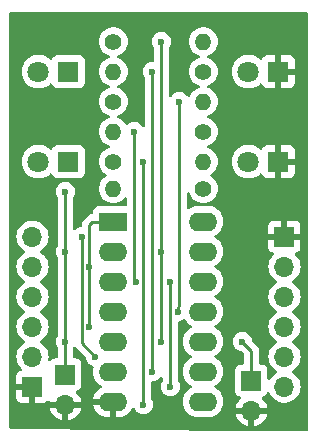
<source format=gbr>
%TF.GenerationSoftware,KiCad,Pcbnew,8.0.4*%
%TF.CreationDate,2024-09-17T13:39:00-04:00*%
%TF.ProjectId,FTDI_Monitor,46544449-5f4d-46f6-9e69-746f722e6b69,2*%
%TF.SameCoordinates,Original*%
%TF.FileFunction,Copper,L2,Bot*%
%TF.FilePolarity,Positive*%
%FSLAX46Y46*%
G04 Gerber Fmt 4.6, Leading zero omitted, Abs format (unit mm)*
G04 Created by KiCad (PCBNEW 8.0.4) date 2024-09-17 13:39:00*
%MOMM*%
%LPD*%
G01*
G04 APERTURE LIST*
%TA.AperFunction,ComponentPad*%
%ADD10R,1.700000X1.700000*%
%TD*%
%TA.AperFunction,ComponentPad*%
%ADD11O,1.700000X1.700000*%
%TD*%
%TA.AperFunction,ComponentPad*%
%ADD12R,1.800000X1.800000*%
%TD*%
%TA.AperFunction,ComponentPad*%
%ADD13C,1.800000*%
%TD*%
%TA.AperFunction,ComponentPad*%
%ADD14C,1.400000*%
%TD*%
%TA.AperFunction,ComponentPad*%
%ADD15O,1.400000X1.400000*%
%TD*%
%TA.AperFunction,ComponentPad*%
%ADD16R,2.400000X1.600000*%
%TD*%
%TA.AperFunction,ComponentPad*%
%ADD17O,2.400000X1.600000*%
%TD*%
%TA.AperFunction,ViaPad*%
%ADD18C,0.600000*%
%TD*%
%TA.AperFunction,Conductor*%
%ADD19C,0.250000*%
%TD*%
G04 APERTURE END LIST*
D10*
%TO.P,J3,1,Pin_1*%
%TO.N,Net-(J3-Pin_1)*%
X84074000Y-54102000D03*
D11*
%TO.P,J3,2,Pin_2*%
%TO.N,/GND*%
X84074000Y-56642000D03*
%TD*%
D12*
%TO.P,D4,1,K*%
%TO.N,/GND*%
X86360000Y-35560000D03*
D13*
%TO.P,D4,2,A*%
%TO.N,Net-(D1-A)*%
X83820000Y-35560000D03*
%TD*%
D10*
%TO.P,J4,1,Pin_1*%
%TO.N,Net-(J4-Pin_1)*%
X68326000Y-53589000D03*
D11*
%TO.P,J4,2,Pin_2*%
%TO.N,/GND*%
X68326000Y-56129000D03*
%TD*%
D12*
%TO.P,D2,1,K*%
%TO.N,/GND*%
X86360000Y-27940000D03*
D13*
%TO.P,D2,2,A*%
%TO.N,Net-(D4-A)*%
X83820000Y-27940000D03*
%TD*%
D12*
%TO.P,D3,1,K*%
%TO.N,Net-(D2-K)*%
X68580000Y-35560000D03*
D13*
%TO.P,D3,2,A*%
%TO.N,/VCC*%
X66040000Y-35560000D03*
%TD*%
D10*
%TO.P,J1,1,GND*%
%TO.N,/GND*%
X86868000Y-41910000D03*
D11*
%TO.P,J1,2,CTS<*%
%TO.N,/M_CTS*%
X86868000Y-44450000D03*
%TO.P,J1,3,VCC*%
%TO.N,/VCC*%
X86868000Y-46990000D03*
%TO.P,J1,4,TX>*%
%TO.N,/M_TX*%
X86868000Y-49530000D03*
%TO.P,J1,5,RX<*%
%TO.N,/M_RX*%
X86868000Y-52070000D03*
%TO.P,J1,6,RTS>*%
%TO.N,/M_RTS*%
X86868000Y-54610000D03*
%TD*%
D14*
%TO.P,R2,1*%
%TO.N,Net-(R2-Pad1)*%
X80010000Y-27940000D03*
D15*
%TO.P,R2,2*%
%TO.N,Net-(D3-K)*%
X72390000Y-27940000D03*
%TD*%
D14*
%TO.P,R1,1*%
%TO.N,/VCC*%
X72390000Y-25400000D03*
D15*
%TO.P,R1,2*%
%TO.N,Net-(J3-Pin_1)*%
X80010000Y-25400000D03*
%TD*%
D14*
%TO.P,R4,1*%
%TO.N,Net-(R4-Pad1)*%
X80010000Y-33020000D03*
D15*
%TO.P,R4,2*%
%TO.N,Net-(D2-K)*%
X72390000Y-33020000D03*
%TD*%
D12*
%TO.P,D1,1,K*%
%TO.N,Net-(D3-K)*%
X68580000Y-27940000D03*
D13*
%TO.P,D1,2,A*%
%TO.N,/VCC*%
X66040000Y-27940000D03*
%TD*%
D14*
%TO.P,R5,1*%
%TO.N,Net-(R5-Pad1)*%
X72390000Y-35560000D03*
D15*
%TO.P,R5,2*%
%TO.N,Net-(D1-A)*%
X80010000Y-35560000D03*
%TD*%
D14*
%TO.P,R3,1*%
%TO.N,Net-(R3-Pad1)*%
X72390000Y-30480000D03*
D15*
%TO.P,R3,2*%
%TO.N,Net-(D4-A)*%
X80010000Y-30480000D03*
%TD*%
D16*
%TO.P,U1,1*%
%TO.N,/M_RX*%
X72375000Y-40635000D03*
D17*
%TO.P,U1,2*%
%TO.N,Net-(J4-Pin_1)*%
X72375000Y-43175000D03*
%TO.P,U1,3*%
%TO.N,Net-(R4-Pad1)*%
X72375000Y-45715000D03*
%TO.P,U1,4*%
%TO.N,/M_TX*%
X72375000Y-48255000D03*
%TO.P,U1,5*%
%TO.N,Net-(J4-Pin_1)*%
X72375000Y-50795000D03*
%TO.P,U1,6*%
%TO.N,Net-(R2-Pad1)*%
X72375000Y-53335000D03*
%TO.P,U1,7,GND*%
%TO.N,/GND*%
X72375000Y-55875000D03*
%TO.P,U1,8*%
%TO.N,Net-(R5-Pad1)*%
X79995000Y-55875000D03*
%TO.P,U1,9*%
%TO.N,/M_RTS*%
X79995000Y-53335000D03*
%TO.P,U1,10*%
%TO.N,Net-(J3-Pin_1)*%
X79995000Y-50795000D03*
%TO.P,U1,11*%
%TO.N,Net-(R3-Pad1)*%
X79995000Y-48255000D03*
%TO.P,U1,12*%
%TO.N,/M_CTS*%
X79995000Y-45715000D03*
%TO.P,U1,13*%
%TO.N,Net-(J3-Pin_1)*%
X79995000Y-43175000D03*
%TO.P,U1,14,VCC*%
%TO.N,/VCC*%
X79995000Y-40635000D03*
%TD*%
D14*
%TO.P,R6,1*%
%TO.N,/VCC*%
X80010000Y-37846000D03*
D15*
%TO.P,R6,2*%
%TO.N,Net-(J4-Pin_1)*%
X72390000Y-37846000D03*
%TD*%
D10*
%TO.P,J2,1,GND*%
%TO.N,/GND*%
X65532000Y-54610000D03*
D11*
%TO.P,J2,2,RTS<*%
%TO.N,/M_CTS*%
X65532000Y-52070000D03*
%TO.P,J2,3,VCC*%
%TO.N,/VCC*%
X65532000Y-49530000D03*
%TO.P,J2,4,RX>*%
%TO.N,/M_TX*%
X65532000Y-46990000D03*
%TO.P,J2,5,TX<*%
%TO.N,/M_RX*%
X65532000Y-44450000D03*
%TO.P,J2,6,CTS>*%
%TO.N,/M_RTS*%
X65532000Y-41910000D03*
%TD*%
D18*
%TO.N,Net-(R4-Pad1)*%
X74168000Y-33020000D03*
X74305000Y-45720000D03*
%TO.N,Net-(R3-Pad1)*%
X77841000Y-48260000D03*
X77978000Y-30480000D03*
%TO.N,Net-(R2-Pad1)*%
X75692000Y-53340000D03*
X75692000Y-27940000D03*
%TO.N,Net-(J3-Pin_1)*%
X76454000Y-43175000D03*
X83312000Y-50800000D03*
X76454000Y-25400000D03*
X76454000Y-50800000D03*
%TO.N,Net-(J4-Pin_1)*%
X68326000Y-38100000D03*
X68326000Y-43180000D03*
X68326000Y-50800000D03*
%TO.N,/M_RX*%
X70358000Y-44450000D03*
X70358000Y-49530000D03*
%TO.N,/M_RTS*%
X70866000Y-52070000D03*
X69733000Y-41910000D03*
%TO.N,/M_CTS*%
X77216000Y-45720000D03*
X77216000Y-54610000D03*
%TO.N,Net-(R5-Pad1)*%
X74930000Y-56134000D03*
X74930000Y-35560000D03*
%TD*%
D19*
%TO.N,Net-(R4-Pad1)*%
X74305000Y-45720000D02*
X74168000Y-45583000D01*
X74168000Y-45583000D02*
X74168000Y-33020000D01*
%TO.N,Net-(R3-Pad1)*%
X77841000Y-47889000D02*
X77978000Y-47752000D01*
X77978000Y-47752000D02*
X77978000Y-30480000D01*
X77841000Y-48260000D02*
X77841000Y-47889000D01*
%TO.N,Net-(R2-Pad1)*%
X75692000Y-53340000D02*
X75692000Y-27940000D01*
%TO.N,Net-(J3-Pin_1)*%
X76454000Y-43175000D02*
X76454000Y-25400000D01*
X84074000Y-51562000D02*
X83312000Y-50800000D01*
X76454000Y-50800000D02*
X76454000Y-43175000D01*
X84074000Y-54102000D02*
X84074000Y-51562000D01*
%TO.N,Net-(J4-Pin_1)*%
X68326000Y-53589000D02*
X68326000Y-50800000D01*
X68326000Y-43180000D02*
X68326000Y-38100000D01*
X68326000Y-50800000D02*
X68326000Y-43180000D01*
%TO.N,/M_RX*%
X70358000Y-40894000D02*
X70617000Y-40635000D01*
X70358000Y-49530000D02*
X70358000Y-44450000D01*
X70358000Y-44450000D02*
X70358000Y-40894000D01*
X70617000Y-40635000D02*
X72375000Y-40635000D01*
%TO.N,/M_RTS*%
X69733000Y-41910000D02*
X69733000Y-50937000D01*
X69733000Y-50937000D02*
X70866000Y-52070000D01*
%TO.N,/M_CTS*%
X77216000Y-54610000D02*
X77216000Y-45720000D01*
%TO.N,Net-(R5-Pad1)*%
X74930000Y-56134000D02*
X74930000Y-35560000D01*
%TD*%
%TA.AperFunction,Conductor*%
%TO.N,/GND*%
G36*
X88791621Y-22930502D02*
G01*
X88838114Y-22984158D01*
X88849500Y-23036500D01*
X88849500Y-58243500D01*
X88829498Y-58311621D01*
X88775842Y-58358114D01*
X88723500Y-58369500D01*
X83850660Y-58369500D01*
X83849400Y-58369494D01*
X63675240Y-58167752D01*
X63607323Y-58147069D01*
X63561369Y-58092952D01*
X63550500Y-58041758D01*
X63550500Y-41910000D01*
X64168844Y-41910000D01*
X64185368Y-42109414D01*
X64187437Y-42134375D01*
X64242702Y-42352612D01*
X64242703Y-42352613D01*
X64242704Y-42352616D01*
X64333140Y-42558791D01*
X64333141Y-42558793D01*
X64456275Y-42747265D01*
X64456279Y-42747270D01*
X64608762Y-42912908D01*
X64663331Y-42955381D01*
X64786424Y-43051189D01*
X64819680Y-43069186D01*
X64870071Y-43119200D01*
X64885423Y-43188516D01*
X64860862Y-43255129D01*
X64819680Y-43290813D01*
X64786426Y-43308810D01*
X64786424Y-43308811D01*
X64608762Y-43447091D01*
X64456279Y-43612729D01*
X64456275Y-43612734D01*
X64333141Y-43801206D01*
X64242703Y-44007386D01*
X64242702Y-44007387D01*
X64187437Y-44225624D01*
X64187436Y-44225630D01*
X64187436Y-44225632D01*
X64168844Y-44450000D01*
X64185368Y-44649414D01*
X64187437Y-44674375D01*
X64242702Y-44892612D01*
X64242703Y-44892613D01*
X64242704Y-44892616D01*
X64333140Y-45098791D01*
X64333141Y-45098793D01*
X64456275Y-45287265D01*
X64456279Y-45287270D01*
X64608762Y-45452908D01*
X64663331Y-45495381D01*
X64786424Y-45591189D01*
X64819680Y-45609186D01*
X64870071Y-45659200D01*
X64885423Y-45728516D01*
X64860862Y-45795129D01*
X64819680Y-45830813D01*
X64786426Y-45848810D01*
X64786424Y-45848811D01*
X64608762Y-45987091D01*
X64456279Y-46152729D01*
X64456275Y-46152734D01*
X64333141Y-46341206D01*
X64242703Y-46547386D01*
X64242702Y-46547387D01*
X64187437Y-46765624D01*
X64187436Y-46765630D01*
X64187436Y-46765632D01*
X64168844Y-46990000D01*
X64180931Y-47135871D01*
X64187437Y-47214375D01*
X64242702Y-47432612D01*
X64242703Y-47432613D01*
X64242704Y-47432616D01*
X64333140Y-47638791D01*
X64333141Y-47638793D01*
X64456275Y-47827265D01*
X64456279Y-47827270D01*
X64608762Y-47992908D01*
X64621718Y-48002992D01*
X64786424Y-48131189D01*
X64819680Y-48149186D01*
X64870071Y-48199200D01*
X64885423Y-48268516D01*
X64860862Y-48335129D01*
X64819680Y-48370813D01*
X64786426Y-48388810D01*
X64786424Y-48388811D01*
X64608762Y-48527091D01*
X64456279Y-48692729D01*
X64456275Y-48692734D01*
X64333141Y-48881206D01*
X64242703Y-49087386D01*
X64242702Y-49087387D01*
X64187437Y-49305624D01*
X64187436Y-49305630D01*
X64187436Y-49305632D01*
X64168844Y-49530000D01*
X64183846Y-49711047D01*
X64187437Y-49754375D01*
X64242702Y-49972612D01*
X64242703Y-49972613D01*
X64242704Y-49972616D01*
X64333140Y-50178791D01*
X64333141Y-50178793D01*
X64456275Y-50367265D01*
X64456279Y-50367270D01*
X64608762Y-50532908D01*
X64659612Y-50572486D01*
X64786424Y-50671189D01*
X64819680Y-50689186D01*
X64870071Y-50739200D01*
X64885423Y-50808516D01*
X64860862Y-50875129D01*
X64819680Y-50910813D01*
X64786426Y-50928810D01*
X64786424Y-50928811D01*
X64608762Y-51067091D01*
X64456279Y-51232729D01*
X64456275Y-51232734D01*
X64333141Y-51421206D01*
X64242703Y-51627386D01*
X64242702Y-51627387D01*
X64187437Y-51845624D01*
X64187436Y-51845630D01*
X64187436Y-51845632D01*
X64168844Y-52070000D01*
X64186917Y-52288110D01*
X64187437Y-52294375D01*
X64242702Y-52512612D01*
X64242703Y-52512613D01*
X64242704Y-52512616D01*
X64320665Y-52690350D01*
X64333141Y-52718793D01*
X64456275Y-52907265D01*
X64456279Y-52907270D01*
X64599841Y-53063217D01*
X64631262Y-53126882D01*
X64623276Y-53197428D01*
X64578417Y-53252457D01*
X64551173Y-53266610D01*
X64436039Y-53309553D01*
X64436034Y-53309555D01*
X64319095Y-53397095D01*
X64231555Y-53514034D01*
X64231555Y-53514035D01*
X64180505Y-53650906D01*
X64174000Y-53711402D01*
X64174000Y-54356000D01*
X65101297Y-54356000D01*
X65066075Y-54417007D01*
X65032000Y-54544174D01*
X65032000Y-54675826D01*
X65066075Y-54802993D01*
X65101297Y-54864000D01*
X64174000Y-54864000D01*
X64174000Y-55508597D01*
X64180505Y-55569093D01*
X64231555Y-55705964D01*
X64231555Y-55705965D01*
X64319095Y-55822904D01*
X64436034Y-55910444D01*
X64572906Y-55961494D01*
X64633402Y-55967999D01*
X64633415Y-55968000D01*
X65278000Y-55968000D01*
X65278000Y-55040702D01*
X65339007Y-55075925D01*
X65466174Y-55110000D01*
X65597826Y-55110000D01*
X65724993Y-55075925D01*
X65786000Y-55040702D01*
X65786000Y-55968000D01*
X66430585Y-55968000D01*
X66430597Y-55967999D01*
X66491093Y-55961494D01*
X66627964Y-55910444D01*
X66627965Y-55910444D01*
X66744904Y-55822904D01*
X66756655Y-55807206D01*
X66813489Y-55764658D01*
X66884305Y-55759591D01*
X66946618Y-55793614D01*
X66980645Y-55855925D01*
X66980516Y-55863514D01*
X66989456Y-55875000D01*
X67895297Y-55875000D01*
X67860075Y-55936007D01*
X67826000Y-56063174D01*
X67826000Y-56194826D01*
X67860075Y-56321993D01*
X67895297Y-56383000D01*
X66989455Y-56383000D01*
X67037176Y-56571449D01*
X67037179Y-56571456D01*
X67127580Y-56777548D01*
X67250674Y-56965958D01*
X67403097Y-57131534D01*
X67580698Y-57269767D01*
X67580699Y-57269768D01*
X67778628Y-57376882D01*
X67778630Y-57376883D01*
X67991483Y-57449955D01*
X67991492Y-57449957D01*
X68072000Y-57463391D01*
X68072000Y-56559702D01*
X68133007Y-56594925D01*
X68260174Y-56629000D01*
X68391826Y-56629000D01*
X68518993Y-56594925D01*
X68580000Y-56559702D01*
X68580000Y-57463390D01*
X68660507Y-57449957D01*
X68660516Y-57449955D01*
X68873369Y-57376883D01*
X68873371Y-57376882D01*
X69071300Y-57269768D01*
X69071301Y-57269767D01*
X69248902Y-57131534D01*
X69401325Y-56965958D01*
X69524419Y-56777548D01*
X69614820Y-56571456D01*
X69614823Y-56571449D01*
X69662544Y-56383000D01*
X68756703Y-56383000D01*
X68791925Y-56321993D01*
X68826000Y-56194826D01*
X68826000Y-56063174D01*
X68791925Y-55936007D01*
X68756703Y-55875000D01*
X69662544Y-55875000D01*
X69662544Y-55874999D01*
X69614823Y-55686550D01*
X69614820Y-55686543D01*
X69524419Y-55480451D01*
X69401325Y-55292041D01*
X69258018Y-55136367D01*
X69226598Y-55072702D01*
X69234585Y-55002156D01*
X69279444Y-54947127D01*
X69306679Y-54932977D01*
X69422204Y-54889889D01*
X69539261Y-54802261D01*
X69549890Y-54788062D01*
X69626887Y-54685207D01*
X69626887Y-54685206D01*
X69626889Y-54685204D01*
X69677989Y-54548201D01*
X69678682Y-54541760D01*
X69684499Y-54487649D01*
X69684500Y-54487632D01*
X69684500Y-52690367D01*
X69684499Y-52690350D01*
X69677990Y-52629803D01*
X69677988Y-52629795D01*
X69648924Y-52551875D01*
X69626889Y-52492796D01*
X69626888Y-52492794D01*
X69626887Y-52492792D01*
X69539261Y-52375738D01*
X69422207Y-52288112D01*
X69422202Y-52288110D01*
X69285204Y-52237011D01*
X69285196Y-52237009D01*
X69224649Y-52230500D01*
X69224638Y-52230500D01*
X69085500Y-52230500D01*
X69017379Y-52210498D01*
X68970886Y-52156842D01*
X68959500Y-52104500D01*
X68959500Y-51347737D01*
X68978811Y-51280704D01*
X68982932Y-51274145D01*
X69036109Y-51227106D01*
X69106276Y-51216284D01*
X69171155Y-51245114D01*
X69194386Y-51271177D01*
X69240922Y-51340824D01*
X69240930Y-51340834D01*
X70031655Y-52131559D01*
X70065681Y-52193871D01*
X70067767Y-52206543D01*
X70072781Y-52251038D01*
X70072784Y-52251052D01*
X70132957Y-52423015D01*
X70132958Y-52423018D01*
X70229887Y-52577279D01*
X70229888Y-52577281D01*
X70358718Y-52706111D01*
X70358720Y-52706112D01*
X70512981Y-52803041D01*
X70512982Y-52803041D01*
X70512985Y-52803043D01*
X70575562Y-52824939D01*
X70629272Y-52843734D01*
X70686964Y-52885112D01*
X70713126Y-52951113D01*
X70707491Y-53001597D01*
X70698720Y-53028589D01*
X70693236Y-53063216D01*
X70666500Y-53232019D01*
X70666500Y-53437981D01*
X70698720Y-53641408D01*
X70698721Y-53641412D01*
X70754390Y-53812744D01*
X70762366Y-53837290D01*
X70855871Y-54020803D01*
X70976932Y-54187430D01*
X70976934Y-54187432D01*
X70976936Y-54187435D01*
X71122564Y-54333063D01*
X71122567Y-54333065D01*
X71122570Y-54333068D01*
X71289197Y-54454129D01*
X71365511Y-54493013D01*
X71417126Y-54541760D01*
X71434192Y-54610675D01*
X71411292Y-54677876D01*
X71365513Y-54717545D01*
X71289455Y-54756299D01*
X71122892Y-54877315D01*
X71122889Y-54877317D01*
X70977317Y-55022889D01*
X70977315Y-55022892D01*
X70856300Y-55189454D01*
X70762829Y-55372900D01*
X70762826Y-55372906D01*
X70699208Y-55568704D01*
X70690926Y-55621000D01*
X72063314Y-55621000D01*
X72054920Y-55629394D01*
X72002259Y-55720606D01*
X71975000Y-55822339D01*
X71975000Y-55927661D01*
X72002259Y-56029394D01*
X72054920Y-56120606D01*
X72063314Y-56129000D01*
X70690926Y-56129000D01*
X70699208Y-56181295D01*
X70762826Y-56377093D01*
X70762829Y-56377099D01*
X70856300Y-56560545D01*
X70977315Y-56727107D01*
X70977317Y-56727110D01*
X71122889Y-56872682D01*
X71122892Y-56872684D01*
X71289454Y-56993699D01*
X71472900Y-57087170D01*
X71472906Y-57087173D01*
X71668705Y-57150791D01*
X71668701Y-57150791D01*
X71872061Y-57183000D01*
X72121000Y-57183000D01*
X72121000Y-56186686D01*
X72129394Y-56195080D01*
X72220606Y-56247741D01*
X72322339Y-56275000D01*
X72427661Y-56275000D01*
X72529394Y-56247741D01*
X72620606Y-56195080D01*
X72629000Y-56186686D01*
X72629000Y-57183000D01*
X72877939Y-57183000D01*
X73081296Y-57150791D01*
X73277093Y-57087173D01*
X73277099Y-57087170D01*
X73460545Y-56993699D01*
X73627107Y-56872684D01*
X73627110Y-56872682D01*
X73772682Y-56727110D01*
X73772684Y-56727107D01*
X73893699Y-56560545D01*
X73954909Y-56440415D01*
X74003657Y-56388800D01*
X74072572Y-56371734D01*
X74139774Y-56394635D01*
X74183926Y-56450232D01*
X74186105Y-56456002D01*
X74196958Y-56487017D01*
X74196958Y-56487018D01*
X74293887Y-56641279D01*
X74293888Y-56641281D01*
X74422718Y-56770111D01*
X74422720Y-56770112D01*
X74576981Y-56867041D01*
X74576982Y-56867041D01*
X74576985Y-56867043D01*
X74748953Y-56927217D01*
X74930000Y-56947616D01*
X75111047Y-56927217D01*
X75283015Y-56867043D01*
X75437281Y-56770111D01*
X75566111Y-56641281D01*
X75663043Y-56487015D01*
X75723217Y-56315047D01*
X75743616Y-56134000D01*
X75723217Y-55952953D01*
X75663043Y-55780985D01*
X75663041Y-55780982D01*
X75663041Y-55780981D01*
X75582813Y-55653298D01*
X75563500Y-55586262D01*
X75563500Y-54279616D01*
X75583502Y-54211495D01*
X75637158Y-54165002D01*
X75684989Y-54154597D01*
X75684968Y-54154408D01*
X75686816Y-54154199D01*
X75689500Y-54153616D01*
X75691997Y-54153616D01*
X75691998Y-54153615D01*
X75692000Y-54153616D01*
X75873047Y-54133217D01*
X76045015Y-54073043D01*
X76199281Y-53976111D01*
X76328111Y-53847281D01*
X76334392Y-53837285D01*
X76349813Y-53812744D01*
X76402991Y-53765706D01*
X76473159Y-53754886D01*
X76538037Y-53783719D01*
X76577028Y-53843050D01*
X76582500Y-53879780D01*
X76582500Y-54062262D01*
X76563187Y-54129298D01*
X76482958Y-54256981D01*
X76482957Y-54256984D01*
X76437942Y-54385632D01*
X76422783Y-54428953D01*
X76402384Y-54610000D01*
X76422783Y-54791047D01*
X76422783Y-54791049D01*
X76422784Y-54791050D01*
X76482957Y-54963015D01*
X76482958Y-54963018D01*
X76579887Y-55117279D01*
X76579888Y-55117281D01*
X76708718Y-55246111D01*
X76708720Y-55246112D01*
X76862981Y-55343041D01*
X76862982Y-55343041D01*
X76862985Y-55343043D01*
X77034953Y-55403217D01*
X77216000Y-55423616D01*
X77397047Y-55403217D01*
X77569015Y-55343043D01*
X77723281Y-55246111D01*
X77852111Y-55117281D01*
X77949043Y-54963015D01*
X78009217Y-54791047D01*
X78029616Y-54610000D01*
X78009217Y-54428953D01*
X77949043Y-54256985D01*
X77949041Y-54256982D01*
X77949041Y-54256981D01*
X77868813Y-54129298D01*
X77849500Y-54062262D01*
X77849500Y-49185259D01*
X77869502Y-49117138D01*
X77923158Y-49070645D01*
X77961393Y-49060051D01*
X77975499Y-49058461D01*
X78022047Y-49053217D01*
X78194015Y-48993043D01*
X78313852Y-48917744D01*
X78382170Y-48898439D01*
X78450084Y-48919134D01*
X78482822Y-48950371D01*
X78513825Y-48993043D01*
X78596932Y-49107430D01*
X78596934Y-49107432D01*
X78596936Y-49107435D01*
X78742564Y-49253063D01*
X78742567Y-49253065D01*
X78742570Y-49253068D01*
X78909197Y-49374129D01*
X78984962Y-49412733D01*
X79036577Y-49461482D01*
X79053643Y-49530397D01*
X79030742Y-49597598D01*
X78984963Y-49637266D01*
X78916033Y-49672387D01*
X78909193Y-49675873D01*
X78742567Y-49796934D01*
X78742564Y-49796936D01*
X78596936Y-49942564D01*
X78596934Y-49942567D01*
X78475873Y-50109193D01*
X78382367Y-50292708D01*
X78382364Y-50292714D01*
X78318721Y-50488587D01*
X78318720Y-50488590D01*
X78318720Y-50488592D01*
X78286500Y-50692019D01*
X78286500Y-50897981D01*
X78318720Y-51101408D01*
X78318721Y-51101412D01*
X78374845Y-51274145D01*
X78382366Y-51297290D01*
X78475871Y-51480803D01*
X78596932Y-51647430D01*
X78596934Y-51647432D01*
X78596936Y-51647435D01*
X78742564Y-51793063D01*
X78742567Y-51793065D01*
X78742570Y-51793068D01*
X78909197Y-51914129D01*
X78984962Y-51952733D01*
X79036577Y-52001482D01*
X79053643Y-52070397D01*
X79030742Y-52137598D01*
X78984963Y-52177266D01*
X78927504Y-52206543D01*
X78909193Y-52215873D01*
X78742567Y-52336934D01*
X78742564Y-52336936D01*
X78596936Y-52482564D01*
X78596934Y-52482567D01*
X78475873Y-52649193D01*
X78382367Y-52832708D01*
X78382364Y-52832714D01*
X78318721Y-53028587D01*
X78318721Y-53028589D01*
X78318720Y-53028592D01*
X78286500Y-53232019D01*
X78286500Y-53437981D01*
X78318720Y-53641408D01*
X78318721Y-53641412D01*
X78374390Y-53812744D01*
X78382366Y-53837290D01*
X78475871Y-54020803D01*
X78596932Y-54187430D01*
X78596934Y-54187432D01*
X78596936Y-54187435D01*
X78742564Y-54333063D01*
X78742567Y-54333065D01*
X78742570Y-54333068D01*
X78909197Y-54454129D01*
X78984962Y-54492733D01*
X79036577Y-54541482D01*
X79053643Y-54610397D01*
X79030742Y-54677598D01*
X78984963Y-54717266D01*
X78984416Y-54717545D01*
X78909193Y-54755873D01*
X78742567Y-54876934D01*
X78742564Y-54876936D01*
X78596936Y-55022564D01*
X78596934Y-55022567D01*
X78475873Y-55189193D01*
X78382367Y-55372708D01*
X78382364Y-55372714D01*
X78318721Y-55568587D01*
X78318720Y-55568590D01*
X78318720Y-55568592D01*
X78286500Y-55772019D01*
X78286500Y-55977981D01*
X78318702Y-56181295D01*
X78318721Y-56181412D01*
X78380560Y-56371734D01*
X78382366Y-56377290D01*
X78475871Y-56560803D01*
X78596932Y-56727430D01*
X78596934Y-56727432D01*
X78596936Y-56727435D01*
X78742564Y-56873063D01*
X78742567Y-56873065D01*
X78742570Y-56873068D01*
X78909197Y-56994129D01*
X79092710Y-57087634D01*
X79288592Y-57151280D01*
X79492019Y-57183500D01*
X79492022Y-57183500D01*
X80497978Y-57183500D01*
X80497981Y-57183500D01*
X80701408Y-57151280D01*
X80897290Y-57087634D01*
X81080803Y-56994129D01*
X81247430Y-56873068D01*
X81393068Y-56727430D01*
X81514129Y-56560803D01*
X81607634Y-56377290D01*
X81671280Y-56181408D01*
X81703500Y-55977981D01*
X81703500Y-55772019D01*
X81671280Y-55568592D01*
X81607634Y-55372710D01*
X81514129Y-55189197D01*
X81393068Y-55022570D01*
X81393065Y-55022567D01*
X81393063Y-55022564D01*
X81247435Y-54876936D01*
X81247432Y-54876934D01*
X81247430Y-54876932D01*
X81080803Y-54755871D01*
X81005034Y-54717265D01*
X80953422Y-54668519D01*
X80936356Y-54599604D01*
X80959257Y-54532402D01*
X81005034Y-54492735D01*
X81080803Y-54454129D01*
X81247430Y-54333068D01*
X81393068Y-54187430D01*
X81514129Y-54020803D01*
X81607634Y-53837290D01*
X81671280Y-53641408D01*
X81703500Y-53437981D01*
X81703500Y-53232019D01*
X81671280Y-53028592D01*
X81607634Y-52832710D01*
X81514129Y-52649197D01*
X81393068Y-52482570D01*
X81393065Y-52482567D01*
X81393063Y-52482564D01*
X81247435Y-52336936D01*
X81247432Y-52336934D01*
X81247430Y-52336932D01*
X81080803Y-52215871D01*
X81005034Y-52177265D01*
X80953422Y-52128519D01*
X80936356Y-52059604D01*
X80959257Y-51992402D01*
X81005034Y-51952735D01*
X81080803Y-51914129D01*
X81247430Y-51793068D01*
X81393068Y-51647430D01*
X81514129Y-51480803D01*
X81607634Y-51297290D01*
X81671280Y-51101408D01*
X81703500Y-50897981D01*
X81703500Y-50800000D01*
X82498384Y-50800000D01*
X82518783Y-50981047D01*
X82518783Y-50981049D01*
X82518784Y-50981050D01*
X82578957Y-51153015D01*
X82578958Y-51153018D01*
X82675887Y-51307279D01*
X82675888Y-51307281D01*
X82804718Y-51436111D01*
X82804720Y-51436112D01*
X82958981Y-51533041D01*
X82958982Y-51533041D01*
X82958985Y-51533043D01*
X83130953Y-51593217D01*
X83175451Y-51598230D01*
X83240903Y-51625734D01*
X83250437Y-51634342D01*
X83403595Y-51787499D01*
X83437620Y-51849811D01*
X83440500Y-51876595D01*
X83440500Y-52617500D01*
X83420498Y-52685621D01*
X83366842Y-52732114D01*
X83314500Y-52743500D01*
X83175350Y-52743500D01*
X83114803Y-52750009D01*
X83114795Y-52750011D01*
X82977797Y-52801110D01*
X82977792Y-52801112D01*
X82860738Y-52888738D01*
X82773112Y-53005792D01*
X82773110Y-53005797D01*
X82722011Y-53142795D01*
X82722009Y-53142803D01*
X82715500Y-53203350D01*
X82715500Y-55000649D01*
X82722009Y-55061196D01*
X82722011Y-55061204D01*
X82773110Y-55198202D01*
X82773112Y-55198207D01*
X82860738Y-55315261D01*
X82977792Y-55402887D01*
X82977796Y-55402889D01*
X83093312Y-55445975D01*
X83150148Y-55488522D01*
X83174958Y-55555042D01*
X83159866Y-55624416D01*
X83141981Y-55649367D01*
X82998674Y-55805041D01*
X82875580Y-55993451D01*
X82785179Y-56199543D01*
X82785176Y-56199550D01*
X82737455Y-56387999D01*
X82737456Y-56388000D01*
X83643297Y-56388000D01*
X83608075Y-56449007D01*
X83574000Y-56576174D01*
X83574000Y-56707826D01*
X83608075Y-56834993D01*
X83643297Y-56896000D01*
X82737455Y-56896000D01*
X82785176Y-57084449D01*
X82785179Y-57084456D01*
X82875580Y-57290548D01*
X82998674Y-57478958D01*
X83151097Y-57644534D01*
X83328698Y-57782767D01*
X83328699Y-57782768D01*
X83526628Y-57889882D01*
X83526630Y-57889883D01*
X83739483Y-57962955D01*
X83739492Y-57962957D01*
X83820000Y-57976391D01*
X83820000Y-57072702D01*
X83881007Y-57107925D01*
X84008174Y-57142000D01*
X84139826Y-57142000D01*
X84266993Y-57107925D01*
X84328000Y-57072702D01*
X84328000Y-57976390D01*
X84408507Y-57962957D01*
X84408516Y-57962955D01*
X84621369Y-57889883D01*
X84621371Y-57889882D01*
X84819300Y-57782768D01*
X84819301Y-57782767D01*
X84996902Y-57644534D01*
X85149325Y-57478958D01*
X85272419Y-57290548D01*
X85362820Y-57084456D01*
X85362823Y-57084449D01*
X85410544Y-56896000D01*
X84504703Y-56896000D01*
X84539925Y-56834993D01*
X84574000Y-56707826D01*
X84574000Y-56576174D01*
X84539925Y-56449007D01*
X84504703Y-56388000D01*
X85410544Y-56388000D01*
X85410544Y-56387999D01*
X85362823Y-56199550D01*
X85362820Y-56199543D01*
X85272419Y-55993451D01*
X85149325Y-55805041D01*
X85006018Y-55649367D01*
X84974598Y-55585702D01*
X84982585Y-55515156D01*
X85027444Y-55460127D01*
X85054679Y-55445977D01*
X85170204Y-55402889D01*
X85287261Y-55315261D01*
X85329535Y-55258790D01*
X85374887Y-55198207D01*
X85374887Y-55198206D01*
X85374889Y-55198204D01*
X85389295Y-55159580D01*
X85431839Y-55102747D01*
X85498359Y-55077936D01*
X85567734Y-55093027D01*
X85617936Y-55143229D01*
X85622736Y-55153001D01*
X85669139Y-55258790D01*
X85792275Y-55447265D01*
X85792279Y-55447270D01*
X85944762Y-55612908D01*
X85996655Y-55653298D01*
X86122424Y-55751189D01*
X86320426Y-55858342D01*
X86320427Y-55858342D01*
X86320428Y-55858343D01*
X86368946Y-55874999D01*
X86533365Y-55931444D01*
X86755431Y-55968500D01*
X86755435Y-55968500D01*
X86980565Y-55968500D01*
X86980569Y-55968500D01*
X87202635Y-55931444D01*
X87415574Y-55858342D01*
X87613576Y-55751189D01*
X87791240Y-55612906D01*
X87943722Y-55447268D01*
X88066860Y-55258791D01*
X88157296Y-55052616D01*
X88212564Y-54834368D01*
X88231156Y-54610000D01*
X88212564Y-54385632D01*
X88179985Y-54256981D01*
X88157297Y-54167387D01*
X88157296Y-54167386D01*
X88157296Y-54167384D01*
X88066860Y-53961209D01*
X88013660Y-53879780D01*
X87943724Y-53772734D01*
X87943720Y-53772729D01*
X87791237Y-53607091D01*
X87671679Y-53514035D01*
X87613576Y-53468811D01*
X87580319Y-53450813D01*
X87529929Y-53400802D01*
X87514576Y-53331485D01*
X87539136Y-53264872D01*
X87580320Y-53229186D01*
X87613576Y-53211189D01*
X87791240Y-53072906D01*
X87943722Y-52907268D01*
X88066860Y-52718791D01*
X88157296Y-52512616D01*
X88212564Y-52294368D01*
X88231156Y-52070000D01*
X88212564Y-51845632D01*
X88172462Y-51687274D01*
X88157297Y-51627387D01*
X88157296Y-51627386D01*
X88157296Y-51627384D01*
X88066860Y-51421209D01*
X88038116Y-51377213D01*
X87943724Y-51232734D01*
X87943720Y-51232729D01*
X87791237Y-51067091D01*
X87680688Y-50981047D01*
X87613576Y-50928811D01*
X87580319Y-50910813D01*
X87529929Y-50860802D01*
X87514576Y-50791485D01*
X87539136Y-50724872D01*
X87580320Y-50689186D01*
X87613576Y-50671189D01*
X87791240Y-50532906D01*
X87943722Y-50367268D01*
X88066860Y-50178791D01*
X88157296Y-49972616D01*
X88212564Y-49754368D01*
X88231156Y-49530000D01*
X88212564Y-49305632D01*
X88197342Y-49245523D01*
X88157297Y-49087387D01*
X88157296Y-49087386D01*
X88157296Y-49087384D01*
X88066860Y-48881209D01*
X88031230Y-48826673D01*
X87943724Y-48692734D01*
X87943720Y-48692729D01*
X87791237Y-48527091D01*
X87709382Y-48463381D01*
X87613576Y-48388811D01*
X87580319Y-48370813D01*
X87529929Y-48320802D01*
X87514576Y-48251485D01*
X87539136Y-48184872D01*
X87580320Y-48149186D01*
X87613576Y-48131189D01*
X87791240Y-47992906D01*
X87943722Y-47827268D01*
X88066860Y-47638791D01*
X88157296Y-47432616D01*
X88212564Y-47214368D01*
X88231156Y-46990000D01*
X88212564Y-46765632D01*
X88199252Y-46713063D01*
X88157297Y-46547387D01*
X88157296Y-46547386D01*
X88157296Y-46547384D01*
X88066860Y-46341209D01*
X88060140Y-46330924D01*
X87943724Y-46152734D01*
X87943720Y-46152729D01*
X87791237Y-45987091D01*
X87709382Y-45923381D01*
X87613576Y-45848811D01*
X87580319Y-45830813D01*
X87529929Y-45780802D01*
X87514576Y-45711485D01*
X87539136Y-45644872D01*
X87580320Y-45609186D01*
X87613576Y-45591189D01*
X87791240Y-45452906D01*
X87943722Y-45287268D01*
X88066860Y-45098791D01*
X88157296Y-44892616D01*
X88212564Y-44674368D01*
X88231156Y-44450000D01*
X88212564Y-44225632D01*
X88197342Y-44165523D01*
X88157297Y-44007387D01*
X88157296Y-44007386D01*
X88157296Y-44007384D01*
X88066860Y-43801209D01*
X88060140Y-43790924D01*
X87943724Y-43612734D01*
X87943714Y-43612722D01*
X87800159Y-43456782D01*
X87768737Y-43393117D01*
X87776723Y-43322571D01*
X87821582Y-43267542D01*
X87848827Y-43253388D01*
X87963965Y-43210444D01*
X88080904Y-43122904D01*
X88168444Y-43005965D01*
X88168444Y-43005964D01*
X88219494Y-42869093D01*
X88225999Y-42808597D01*
X88226000Y-42808585D01*
X88226000Y-42164000D01*
X87298703Y-42164000D01*
X87333925Y-42102993D01*
X87368000Y-41975826D01*
X87368000Y-41844174D01*
X87333925Y-41717007D01*
X87298703Y-41656000D01*
X88226000Y-41656000D01*
X88226000Y-41011414D01*
X88225999Y-41011402D01*
X88219494Y-40950906D01*
X88168444Y-40814035D01*
X88168444Y-40814034D01*
X88080904Y-40697095D01*
X87963965Y-40609555D01*
X87827093Y-40558505D01*
X87766597Y-40552000D01*
X87122000Y-40552000D01*
X87122000Y-41479297D01*
X87060993Y-41444075D01*
X86933826Y-41410000D01*
X86802174Y-41410000D01*
X86675007Y-41444075D01*
X86614000Y-41479297D01*
X86614000Y-40552000D01*
X85969402Y-40552000D01*
X85908906Y-40558505D01*
X85772035Y-40609555D01*
X85772034Y-40609555D01*
X85655095Y-40697095D01*
X85567555Y-40814034D01*
X85567555Y-40814035D01*
X85516505Y-40950906D01*
X85510000Y-41011402D01*
X85510000Y-41656000D01*
X86437297Y-41656000D01*
X86402075Y-41717007D01*
X86368000Y-41844174D01*
X86368000Y-41975826D01*
X86402075Y-42102993D01*
X86437297Y-42164000D01*
X85510000Y-42164000D01*
X85510000Y-42808597D01*
X85516505Y-42869093D01*
X85567555Y-43005964D01*
X85567555Y-43005965D01*
X85655095Y-43122904D01*
X85772034Y-43210444D01*
X85887172Y-43253388D01*
X85944008Y-43295935D01*
X85968819Y-43362455D01*
X85953728Y-43431829D01*
X85935841Y-43456782D01*
X85792280Y-43612729D01*
X85792275Y-43612734D01*
X85669141Y-43801206D01*
X85578703Y-44007386D01*
X85578702Y-44007387D01*
X85523437Y-44225624D01*
X85523436Y-44225630D01*
X85523436Y-44225632D01*
X85504844Y-44450000D01*
X85521368Y-44649414D01*
X85523437Y-44674375D01*
X85578702Y-44892612D01*
X85578703Y-44892613D01*
X85578704Y-44892616D01*
X85669140Y-45098791D01*
X85669141Y-45098793D01*
X85792275Y-45287265D01*
X85792279Y-45287270D01*
X85944762Y-45452908D01*
X85999331Y-45495381D01*
X86122424Y-45591189D01*
X86155680Y-45609186D01*
X86206071Y-45659200D01*
X86221423Y-45728516D01*
X86196862Y-45795129D01*
X86155680Y-45830813D01*
X86122426Y-45848810D01*
X86122424Y-45848811D01*
X85944762Y-45987091D01*
X85792279Y-46152729D01*
X85792275Y-46152734D01*
X85669141Y-46341206D01*
X85578703Y-46547386D01*
X85578702Y-46547387D01*
X85523437Y-46765624D01*
X85523436Y-46765630D01*
X85523436Y-46765632D01*
X85504844Y-46990000D01*
X85516931Y-47135871D01*
X85523437Y-47214375D01*
X85578702Y-47432612D01*
X85578703Y-47432613D01*
X85578704Y-47432616D01*
X85669140Y-47638791D01*
X85669141Y-47638793D01*
X85792275Y-47827265D01*
X85792279Y-47827270D01*
X85944762Y-47992908D01*
X85957718Y-48002992D01*
X86122424Y-48131189D01*
X86155680Y-48149186D01*
X86206071Y-48199200D01*
X86221423Y-48268516D01*
X86196862Y-48335129D01*
X86155680Y-48370813D01*
X86122426Y-48388810D01*
X86122424Y-48388811D01*
X85944762Y-48527091D01*
X85792279Y-48692729D01*
X85792275Y-48692734D01*
X85669141Y-48881206D01*
X85578703Y-49087386D01*
X85578702Y-49087387D01*
X85523437Y-49305624D01*
X85523436Y-49305630D01*
X85523436Y-49305632D01*
X85504844Y-49530000D01*
X85519846Y-49711047D01*
X85523437Y-49754375D01*
X85578702Y-49972612D01*
X85578703Y-49972613D01*
X85578704Y-49972616D01*
X85669140Y-50178791D01*
X85669141Y-50178793D01*
X85792275Y-50367265D01*
X85792279Y-50367270D01*
X85944762Y-50532908D01*
X85995612Y-50572486D01*
X86122424Y-50671189D01*
X86155680Y-50689186D01*
X86206071Y-50739200D01*
X86221423Y-50808516D01*
X86196862Y-50875129D01*
X86155680Y-50910813D01*
X86122426Y-50928810D01*
X86122424Y-50928811D01*
X85944762Y-51067091D01*
X85792279Y-51232729D01*
X85792275Y-51232734D01*
X85669141Y-51421206D01*
X85578703Y-51627386D01*
X85578702Y-51627387D01*
X85523437Y-51845624D01*
X85523436Y-51845630D01*
X85523436Y-51845632D01*
X85504844Y-52070000D01*
X85522917Y-52288110D01*
X85523437Y-52294375D01*
X85578702Y-52512612D01*
X85578703Y-52512613D01*
X85578704Y-52512616D01*
X85656665Y-52690350D01*
X85669141Y-52718793D01*
X85792275Y-52907265D01*
X85792279Y-52907270D01*
X85944762Y-53072908D01*
X85982630Y-53102382D01*
X86122424Y-53211189D01*
X86155680Y-53229186D01*
X86206071Y-53279200D01*
X86221423Y-53348516D01*
X86196862Y-53415129D01*
X86155680Y-53450813D01*
X86122426Y-53468810D01*
X86122424Y-53468811D01*
X85944762Y-53607091D01*
X85792279Y-53772729D01*
X85792275Y-53772734D01*
X85666290Y-53965571D01*
X85665306Y-53964928D01*
X85619290Y-54011284D01*
X85549972Y-54026629D01*
X85483361Y-54002062D01*
X85440606Y-53945383D01*
X85432500Y-53900918D01*
X85432500Y-53203367D01*
X85432499Y-53203350D01*
X85425990Y-53142803D01*
X85425988Y-53142795D01*
X85393573Y-53055889D01*
X85374889Y-53005796D01*
X85374888Y-53005794D01*
X85374887Y-53005792D01*
X85287261Y-52888738D01*
X85170207Y-52801112D01*
X85170202Y-52801110D01*
X85033204Y-52750011D01*
X85033196Y-52750009D01*
X84972649Y-52743500D01*
X84972638Y-52743500D01*
X84833500Y-52743500D01*
X84765379Y-52723498D01*
X84718886Y-52669842D01*
X84707500Y-52617500D01*
X84707500Y-51499607D01*
X84707499Y-51499603D01*
X84703760Y-51480806D01*
X84683155Y-51377215D01*
X84668085Y-51340833D01*
X84635401Y-51261925D01*
X84566072Y-51158167D01*
X84146343Y-50738438D01*
X84112317Y-50676126D01*
X84110232Y-50663464D01*
X84105217Y-50618953D01*
X84045043Y-50446985D01*
X84045041Y-50446982D01*
X84045041Y-50446981D01*
X83948112Y-50292720D01*
X83948111Y-50292718D01*
X83819281Y-50163888D01*
X83819279Y-50163887D01*
X83665018Y-50066958D01*
X83665015Y-50066957D01*
X83493050Y-50006784D01*
X83493049Y-50006783D01*
X83493047Y-50006783D01*
X83312000Y-49986384D01*
X83130953Y-50006783D01*
X83130950Y-50006783D01*
X83130949Y-50006784D01*
X82958984Y-50066957D01*
X82958981Y-50066958D01*
X82804720Y-50163887D01*
X82804718Y-50163888D01*
X82675888Y-50292718D01*
X82675887Y-50292720D01*
X82578958Y-50446981D01*
X82578957Y-50446984D01*
X82545363Y-50542992D01*
X82518783Y-50618953D01*
X82498384Y-50800000D01*
X81703500Y-50800000D01*
X81703500Y-50692019D01*
X81671280Y-50488592D01*
X81607634Y-50292710D01*
X81514129Y-50109197D01*
X81393068Y-49942570D01*
X81393065Y-49942567D01*
X81393063Y-49942564D01*
X81247435Y-49796936D01*
X81247432Y-49796934D01*
X81247430Y-49796932D01*
X81080803Y-49675871D01*
X81005034Y-49637265D01*
X80953422Y-49588519D01*
X80936356Y-49519604D01*
X80959257Y-49452402D01*
X81005034Y-49412735D01*
X81080803Y-49374129D01*
X81247430Y-49253068D01*
X81393068Y-49107430D01*
X81514129Y-48940803D01*
X81607634Y-48757290D01*
X81671280Y-48561408D01*
X81703500Y-48357981D01*
X81703500Y-48152019D01*
X81671280Y-47948592D01*
X81607634Y-47752710D01*
X81514129Y-47569197D01*
X81393068Y-47402570D01*
X81393065Y-47402567D01*
X81393063Y-47402564D01*
X81247435Y-47256936D01*
X81247432Y-47256934D01*
X81247430Y-47256932D01*
X81080803Y-47135871D01*
X81005034Y-47097265D01*
X80953422Y-47048519D01*
X80936356Y-46979604D01*
X80959257Y-46912402D01*
X81005034Y-46872735D01*
X81080803Y-46834129D01*
X81247430Y-46713068D01*
X81393068Y-46567430D01*
X81514129Y-46400803D01*
X81607634Y-46217290D01*
X81671280Y-46021408D01*
X81703500Y-45817981D01*
X81703500Y-45612019D01*
X81671280Y-45408592D01*
X81607634Y-45212710D01*
X81514129Y-45029197D01*
X81393068Y-44862570D01*
X81393065Y-44862567D01*
X81393063Y-44862564D01*
X81247435Y-44716936D01*
X81247432Y-44716934D01*
X81247430Y-44716932D01*
X81080803Y-44595871D01*
X81005034Y-44557265D01*
X80953422Y-44508519D01*
X80936356Y-44439604D01*
X80959257Y-44372402D01*
X81005034Y-44332735D01*
X81080803Y-44294129D01*
X81247430Y-44173068D01*
X81393068Y-44027430D01*
X81514129Y-43860803D01*
X81607634Y-43677290D01*
X81671280Y-43481408D01*
X81703500Y-43277981D01*
X81703500Y-43072019D01*
X81671280Y-42868592D01*
X81607634Y-42672710D01*
X81514129Y-42489197D01*
X81393068Y-42322570D01*
X81393065Y-42322567D01*
X81393063Y-42322564D01*
X81247435Y-42176936D01*
X81247432Y-42176934D01*
X81247430Y-42176932D01*
X81080803Y-42055871D01*
X81005034Y-42017265D01*
X80953422Y-41968519D01*
X80936356Y-41899604D01*
X80959257Y-41832402D01*
X81005034Y-41792735D01*
X81080803Y-41754129D01*
X81247430Y-41633068D01*
X81393068Y-41487430D01*
X81514129Y-41320803D01*
X81607634Y-41137290D01*
X81671280Y-40941408D01*
X81703500Y-40737981D01*
X81703500Y-40532019D01*
X81671280Y-40328592D01*
X81607634Y-40132710D01*
X81514129Y-39949197D01*
X81393068Y-39782570D01*
X81393065Y-39782567D01*
X81393063Y-39782564D01*
X81247435Y-39636936D01*
X81247432Y-39636934D01*
X81247430Y-39636932D01*
X81080803Y-39515871D01*
X80897290Y-39422366D01*
X80897287Y-39422365D01*
X80897285Y-39422364D01*
X80701412Y-39358721D01*
X80701410Y-39358720D01*
X80701408Y-39358720D01*
X80497981Y-39326500D01*
X79492019Y-39326500D01*
X79288592Y-39358720D01*
X79288590Y-39358720D01*
X79288587Y-39358721D01*
X79092714Y-39422364D01*
X79092708Y-39422367D01*
X78909193Y-39515873D01*
X78811561Y-39586807D01*
X78744693Y-39610666D01*
X78675541Y-39594585D01*
X78626061Y-39543671D01*
X78611500Y-39484871D01*
X78611500Y-38253075D01*
X78631502Y-38184954D01*
X78685158Y-38138461D01*
X78755432Y-38128357D01*
X78820012Y-38157851D01*
X78858396Y-38217577D01*
X78859207Y-38220465D01*
X78870042Y-38260905D01*
X78870045Y-38260912D01*
X78959412Y-38452561D01*
X79080692Y-38625767D01*
X79080696Y-38625772D01*
X79080699Y-38625776D01*
X79230224Y-38775301D01*
X79230228Y-38775304D01*
X79230232Y-38775307D01*
X79403438Y-38896587D01*
X79403441Y-38896588D01*
X79403442Y-38896589D01*
X79595090Y-38985956D01*
X79799345Y-39040686D01*
X80010000Y-39059116D01*
X80220655Y-39040686D01*
X80424910Y-38985956D01*
X80616558Y-38896589D01*
X80789776Y-38775301D01*
X80939301Y-38625776D01*
X81060589Y-38452558D01*
X81149956Y-38260910D01*
X81204686Y-38056655D01*
X81223116Y-37846000D01*
X81204686Y-37635345D01*
X81149956Y-37431090D01*
X81060589Y-37239442D01*
X81060588Y-37239441D01*
X81060587Y-37239438D01*
X80939307Y-37066232D01*
X80939304Y-37066228D01*
X80939301Y-37066224D01*
X80789776Y-36916699D01*
X80789772Y-36916696D01*
X80789767Y-36916692D01*
X80631986Y-36806213D01*
X80587657Y-36750756D01*
X80580348Y-36680137D01*
X80612378Y-36616776D01*
X80631986Y-36599787D01*
X80789767Y-36489307D01*
X80789776Y-36489301D01*
X80939301Y-36339776D01*
X81060589Y-36166558D01*
X81149956Y-35974910D01*
X81204686Y-35770655D01*
X81223116Y-35560000D01*
X82406673Y-35560000D01*
X82424128Y-35770655D01*
X82425950Y-35792633D01*
X82483249Y-36018903D01*
X82483252Y-36018910D01*
X82577015Y-36232668D01*
X82704685Y-36428083D01*
X82862774Y-36599813D01*
X82862778Y-36599817D01*
X82876618Y-36610589D01*
X83046983Y-36743190D01*
X83252273Y-36854287D01*
X83473049Y-36930080D01*
X83703288Y-36968500D01*
X83703292Y-36968500D01*
X83936708Y-36968500D01*
X83936712Y-36968500D01*
X84166951Y-36930080D01*
X84387727Y-36854287D01*
X84593017Y-36743190D01*
X84777220Y-36599818D01*
X84777225Y-36599813D01*
X84781054Y-36596289D01*
X84782321Y-36597665D01*
X84836166Y-36565275D01*
X84907131Y-36567379D01*
X84965694Y-36607516D01*
X84986121Y-36643137D01*
X85009553Y-36705961D01*
X85009555Y-36705965D01*
X85097095Y-36822904D01*
X85214034Y-36910444D01*
X85350906Y-36961494D01*
X85411402Y-36967999D01*
X85411415Y-36968000D01*
X86106000Y-36968000D01*
X86106000Y-35932968D01*
X86186306Y-35979333D01*
X86300756Y-36010000D01*
X86419244Y-36010000D01*
X86533694Y-35979333D01*
X86614000Y-35932968D01*
X86614000Y-36968000D01*
X87308585Y-36968000D01*
X87308597Y-36967999D01*
X87369093Y-36961494D01*
X87505964Y-36910444D01*
X87505965Y-36910444D01*
X87622904Y-36822904D01*
X87710444Y-36705965D01*
X87710444Y-36705964D01*
X87761494Y-36569093D01*
X87767999Y-36508597D01*
X87768000Y-36508585D01*
X87768000Y-35814000D01*
X86732968Y-35814000D01*
X86779333Y-35733694D01*
X86810000Y-35619244D01*
X86810000Y-35500756D01*
X86779333Y-35386306D01*
X86732968Y-35306000D01*
X87768000Y-35306000D01*
X87768000Y-34611414D01*
X87767999Y-34611402D01*
X87761494Y-34550906D01*
X87710444Y-34414035D01*
X87710444Y-34414034D01*
X87622904Y-34297095D01*
X87505965Y-34209555D01*
X87369093Y-34158505D01*
X87308597Y-34152000D01*
X86614000Y-34152000D01*
X86614000Y-35187031D01*
X86533694Y-35140667D01*
X86419244Y-35110000D01*
X86300756Y-35110000D01*
X86186306Y-35140667D01*
X86106000Y-35187031D01*
X86106000Y-34152000D01*
X85411402Y-34152000D01*
X85350906Y-34158505D01*
X85214035Y-34209555D01*
X85214034Y-34209555D01*
X85097095Y-34297095D01*
X85009555Y-34414034D01*
X85009554Y-34414037D01*
X84986121Y-34476863D01*
X84943574Y-34533698D01*
X84877054Y-34558508D01*
X84807680Y-34543416D01*
X84781644Y-34523069D01*
X84781054Y-34523711D01*
X84777221Y-34520182D01*
X84648565Y-34420045D01*
X84593017Y-34376810D01*
X84387727Y-34265713D01*
X84387724Y-34265712D01*
X84387723Y-34265711D01*
X84166955Y-34189921D01*
X84166948Y-34189919D01*
X84068411Y-34173476D01*
X83936712Y-34151500D01*
X83703288Y-34151500D01*
X83602653Y-34168293D01*
X83473051Y-34189919D01*
X83473044Y-34189921D01*
X83252276Y-34265711D01*
X83252273Y-34265713D01*
X83050779Y-34374756D01*
X83046985Y-34376809D01*
X83046983Y-34376810D01*
X82862778Y-34520182D01*
X82862774Y-34520186D01*
X82704685Y-34691916D01*
X82577015Y-34887331D01*
X82483252Y-35101089D01*
X82483249Y-35101096D01*
X82425950Y-35327366D01*
X82425949Y-35327372D01*
X82425949Y-35327374D01*
X82406673Y-35560000D01*
X81223116Y-35560000D01*
X81204686Y-35349345D01*
X81149956Y-35145090D01*
X81060589Y-34953442D01*
X81060588Y-34953441D01*
X81060587Y-34953438D01*
X80939307Y-34780232D01*
X80939304Y-34780228D01*
X80939301Y-34780224D01*
X80789776Y-34630699D01*
X80789772Y-34630696D01*
X80789767Y-34630692D01*
X80616561Y-34509412D01*
X80424912Y-34420045D01*
X80424905Y-34420042D01*
X80401577Y-34413792D01*
X80393794Y-34411706D01*
X80333172Y-34374756D01*
X80302150Y-34310896D01*
X80310578Y-34240401D01*
X80355780Y-34185654D01*
X80393793Y-34168293D01*
X80424910Y-34159956D01*
X80616558Y-34070589D01*
X80789776Y-33949301D01*
X80939301Y-33799776D01*
X81060589Y-33626558D01*
X81149956Y-33434910D01*
X81204686Y-33230655D01*
X81223116Y-33020000D01*
X81204686Y-32809345D01*
X81149956Y-32605090D01*
X81060589Y-32413442D01*
X81060588Y-32413441D01*
X81060587Y-32413438D01*
X80939307Y-32240232D01*
X80939304Y-32240228D01*
X80939301Y-32240224D01*
X80789776Y-32090699D01*
X80789772Y-32090696D01*
X80789767Y-32090692D01*
X80616561Y-31969412D01*
X80424912Y-31880045D01*
X80424905Y-31880042D01*
X80402211Y-31873961D01*
X80393794Y-31871706D01*
X80333172Y-31834756D01*
X80302150Y-31770896D01*
X80310578Y-31700401D01*
X80355780Y-31645654D01*
X80393793Y-31628293D01*
X80424910Y-31619956D01*
X80616558Y-31530589D01*
X80789776Y-31409301D01*
X80939301Y-31259776D01*
X81060589Y-31086558D01*
X81149956Y-30894910D01*
X81204686Y-30690655D01*
X81223116Y-30480000D01*
X81204686Y-30269345D01*
X81149956Y-30065090D01*
X81060589Y-29873442D01*
X81060588Y-29873441D01*
X81060587Y-29873438D01*
X80939307Y-29700232D01*
X80939304Y-29700228D01*
X80939301Y-29700224D01*
X80789776Y-29550699D01*
X80789772Y-29550696D01*
X80789767Y-29550692D01*
X80616561Y-29429412D01*
X80441972Y-29348000D01*
X80424910Y-29340044D01*
X80424909Y-29340043D01*
X80424905Y-29340042D01*
X80402211Y-29333961D01*
X80393794Y-29331706D01*
X80333172Y-29294756D01*
X80302150Y-29230896D01*
X80310578Y-29160401D01*
X80355780Y-29105654D01*
X80393793Y-29088293D01*
X80424910Y-29079956D01*
X80616558Y-28990589D01*
X80635016Y-28977665D01*
X80677682Y-28947790D01*
X80789776Y-28869301D01*
X80939301Y-28719776D01*
X81060589Y-28546558D01*
X81149956Y-28354910D01*
X81204686Y-28150655D01*
X81223116Y-27940000D01*
X82406673Y-27940000D01*
X82424128Y-28150655D01*
X82425950Y-28172633D01*
X82483249Y-28398903D01*
X82483252Y-28398910D01*
X82577015Y-28612668D01*
X82704685Y-28808083D01*
X82862774Y-28979813D01*
X82862778Y-28979817D01*
X82876618Y-28990589D01*
X83046983Y-29123190D01*
X83252273Y-29234287D01*
X83473049Y-29310080D01*
X83703288Y-29348500D01*
X83703292Y-29348500D01*
X83936708Y-29348500D01*
X83936712Y-29348500D01*
X84166951Y-29310080D01*
X84387727Y-29234287D01*
X84593017Y-29123190D01*
X84777220Y-28979818D01*
X84777225Y-28979813D01*
X84781054Y-28976289D01*
X84782321Y-28977665D01*
X84836166Y-28945275D01*
X84907131Y-28947379D01*
X84965694Y-28987516D01*
X84986121Y-29023137D01*
X85009553Y-29085961D01*
X85009555Y-29085965D01*
X85097095Y-29202904D01*
X85214034Y-29290444D01*
X85350906Y-29341494D01*
X85411402Y-29347999D01*
X85411415Y-29348000D01*
X86106000Y-29348000D01*
X86106000Y-28312968D01*
X86186306Y-28359333D01*
X86300756Y-28390000D01*
X86419244Y-28390000D01*
X86533694Y-28359333D01*
X86614000Y-28312968D01*
X86614000Y-29348000D01*
X87308585Y-29348000D01*
X87308597Y-29347999D01*
X87369093Y-29341494D01*
X87505964Y-29290444D01*
X87505965Y-29290444D01*
X87622904Y-29202904D01*
X87710444Y-29085965D01*
X87710444Y-29085964D01*
X87761494Y-28949093D01*
X87767999Y-28888597D01*
X87768000Y-28888585D01*
X87768000Y-28194000D01*
X86732968Y-28194000D01*
X86779333Y-28113694D01*
X86810000Y-27999244D01*
X86810000Y-27880756D01*
X86779333Y-27766306D01*
X86732968Y-27686000D01*
X87768000Y-27686000D01*
X87768000Y-26991414D01*
X87767999Y-26991402D01*
X87761494Y-26930906D01*
X87710444Y-26794035D01*
X87710444Y-26794034D01*
X87622904Y-26677095D01*
X87505965Y-26589555D01*
X87369093Y-26538505D01*
X87308597Y-26532000D01*
X86614000Y-26532000D01*
X86614000Y-27567031D01*
X86533694Y-27520667D01*
X86419244Y-27490000D01*
X86300756Y-27490000D01*
X86186306Y-27520667D01*
X86106000Y-27567031D01*
X86106000Y-26532000D01*
X85411402Y-26532000D01*
X85350906Y-26538505D01*
X85214035Y-26589555D01*
X85214034Y-26589555D01*
X85097095Y-26677095D01*
X85009555Y-26794034D01*
X85009554Y-26794037D01*
X84986121Y-26856863D01*
X84943574Y-26913698D01*
X84877054Y-26938508D01*
X84807680Y-26923416D01*
X84781644Y-26903069D01*
X84781054Y-26903711D01*
X84777221Y-26900182D01*
X84648565Y-26800045D01*
X84593017Y-26756810D01*
X84387727Y-26645713D01*
X84387724Y-26645712D01*
X84387723Y-26645711D01*
X84166955Y-26569921D01*
X84166948Y-26569919D01*
X84068411Y-26553476D01*
X83936712Y-26531500D01*
X83703288Y-26531500D01*
X83602653Y-26548293D01*
X83473051Y-26569919D01*
X83473044Y-26569921D01*
X83252276Y-26645711D01*
X83252273Y-26645713D01*
X83050779Y-26754756D01*
X83046985Y-26756809D01*
X83046983Y-26756810D01*
X82862778Y-26900182D01*
X82862774Y-26900186D01*
X82704685Y-27071916D01*
X82577015Y-27267331D01*
X82483252Y-27481089D01*
X82483249Y-27481096D01*
X82425950Y-27707366D01*
X82425949Y-27707372D01*
X82425949Y-27707374D01*
X82406673Y-27940000D01*
X81223116Y-27940000D01*
X81204686Y-27729345D01*
X81149956Y-27525090D01*
X81060589Y-27333442D01*
X81060588Y-27333441D01*
X81060587Y-27333438D01*
X80939307Y-27160232D01*
X80939304Y-27160228D01*
X80939301Y-27160224D01*
X80789776Y-27010699D01*
X80789772Y-27010696D01*
X80789767Y-27010692D01*
X80616561Y-26889412D01*
X80424912Y-26800045D01*
X80424905Y-26800042D01*
X80401577Y-26793792D01*
X80393794Y-26791706D01*
X80333172Y-26754756D01*
X80302150Y-26690896D01*
X80310578Y-26620401D01*
X80355780Y-26565654D01*
X80393793Y-26548293D01*
X80424910Y-26539956D01*
X80616558Y-26450589D01*
X80789776Y-26329301D01*
X80939301Y-26179776D01*
X81060589Y-26006558D01*
X81149956Y-25814910D01*
X81204686Y-25610655D01*
X81223116Y-25400000D01*
X81204686Y-25189345D01*
X81149956Y-24985090D01*
X81060589Y-24793442D01*
X81060588Y-24793441D01*
X81060587Y-24793438D01*
X80939307Y-24620232D01*
X80939304Y-24620228D01*
X80939301Y-24620224D01*
X80789776Y-24470699D01*
X80789772Y-24470696D01*
X80789767Y-24470692D01*
X80616561Y-24349412D01*
X80424912Y-24260045D01*
X80424908Y-24260043D01*
X80330113Y-24234643D01*
X80220655Y-24205314D01*
X80010000Y-24186884D01*
X79799345Y-24205314D01*
X79744616Y-24219978D01*
X79595091Y-24260043D01*
X79595087Y-24260045D01*
X79403438Y-24349412D01*
X79230232Y-24470692D01*
X79230221Y-24470701D01*
X79080701Y-24620221D01*
X79080692Y-24620232D01*
X78959412Y-24793438D01*
X78870045Y-24985087D01*
X78870043Y-24985091D01*
X78853459Y-25046985D01*
X78815314Y-25189345D01*
X78796884Y-25400000D01*
X78815314Y-25610655D01*
X78844643Y-25720113D01*
X78870043Y-25814908D01*
X78870045Y-25814912D01*
X78959412Y-26006561D01*
X79080692Y-26179767D01*
X79080696Y-26179772D01*
X79080699Y-26179776D01*
X79230224Y-26329301D01*
X79230228Y-26329304D01*
X79230232Y-26329307D01*
X79403438Y-26450587D01*
X79403441Y-26450588D01*
X79403442Y-26450589D01*
X79595090Y-26539956D01*
X79626205Y-26548293D01*
X79686828Y-26585245D01*
X79717849Y-26649105D01*
X79709421Y-26719600D01*
X79664218Y-26774347D01*
X79626206Y-26791706D01*
X79618423Y-26793792D01*
X79595091Y-26800043D01*
X79595087Y-26800045D01*
X79403438Y-26889412D01*
X79230232Y-27010692D01*
X79230221Y-27010701D01*
X79080701Y-27160221D01*
X79080692Y-27160232D01*
X78959412Y-27333438D01*
X78870045Y-27525087D01*
X78870043Y-27525091D01*
X78853459Y-27586985D01*
X78815314Y-27729345D01*
X78796884Y-27940000D01*
X78815314Y-28150655D01*
X78870044Y-28354910D01*
X78882959Y-28382606D01*
X78959412Y-28546561D01*
X79080692Y-28719767D01*
X79080696Y-28719772D01*
X79080699Y-28719776D01*
X79230224Y-28869301D01*
X79230228Y-28869304D01*
X79230232Y-28869307D01*
X79403438Y-28990587D01*
X79403441Y-28990588D01*
X79403442Y-28990589D01*
X79595090Y-29079956D01*
X79626205Y-29088293D01*
X79686828Y-29125245D01*
X79717849Y-29189105D01*
X79709421Y-29259600D01*
X79664218Y-29314347D01*
X79626206Y-29331706D01*
X79618406Y-29333796D01*
X79595091Y-29340043D01*
X79595087Y-29340045D01*
X79403438Y-29429412D01*
X79230232Y-29550692D01*
X79230221Y-29550701D01*
X79080701Y-29700221D01*
X79080692Y-29700232D01*
X78959412Y-29873438D01*
X78883527Y-30036174D01*
X78836609Y-30089459D01*
X78768332Y-30108920D01*
X78700372Y-30088378D01*
X78662644Y-30049959D01*
X78653982Y-30036174D01*
X78614111Y-29972719D01*
X78614110Y-29972717D01*
X78485281Y-29843888D01*
X78485279Y-29843887D01*
X78331018Y-29746958D01*
X78331015Y-29746957D01*
X78159050Y-29686784D01*
X78159049Y-29686783D01*
X78159047Y-29686783D01*
X77978000Y-29666384D01*
X77796953Y-29686783D01*
X77796950Y-29686783D01*
X77796949Y-29686784D01*
X77624984Y-29746957D01*
X77624981Y-29746958D01*
X77470720Y-29843887D01*
X77470718Y-29843888D01*
X77341889Y-29972717D01*
X77320187Y-30007256D01*
X77267007Y-30054293D01*
X77196840Y-30065113D01*
X77131962Y-30036279D01*
X77092972Y-29976947D01*
X77087500Y-29940219D01*
X77087500Y-25947737D01*
X77106813Y-25880701D01*
X77148153Y-25814908D01*
X77187043Y-25753015D01*
X77247217Y-25581047D01*
X77267616Y-25400000D01*
X77247217Y-25218953D01*
X77187043Y-25046985D01*
X77187041Y-25046982D01*
X77187041Y-25046981D01*
X77090112Y-24892720D01*
X77090111Y-24892718D01*
X76961281Y-24763888D01*
X76961279Y-24763887D01*
X76807018Y-24666958D01*
X76807015Y-24666957D01*
X76635050Y-24606784D01*
X76635049Y-24606783D01*
X76635047Y-24606783D01*
X76454000Y-24586384D01*
X76272953Y-24606783D01*
X76272950Y-24606783D01*
X76272949Y-24606784D01*
X76100984Y-24666957D01*
X76100981Y-24666958D01*
X75946720Y-24763887D01*
X75946718Y-24763888D01*
X75817888Y-24892718D01*
X75817887Y-24892720D01*
X75720958Y-25046981D01*
X75720957Y-25046984D01*
X75720957Y-25046985D01*
X75660783Y-25218953D01*
X75640384Y-25400000D01*
X75660783Y-25581047D01*
X75660783Y-25581049D01*
X75660784Y-25581050D01*
X75720957Y-25753015D01*
X75720958Y-25753017D01*
X75801187Y-25880701D01*
X75820500Y-25947737D01*
X75820500Y-27000384D01*
X75800498Y-27068505D01*
X75746842Y-27114998D01*
X75699010Y-27125402D01*
X75699032Y-27125592D01*
X75697183Y-27125800D01*
X75694500Y-27126384D01*
X75692003Y-27126384D01*
X75692001Y-27126384D01*
X75692000Y-27126384D01*
X75510953Y-27146783D01*
X75510950Y-27146783D01*
X75510949Y-27146784D01*
X75338984Y-27206957D01*
X75338981Y-27206958D01*
X75184720Y-27303887D01*
X75184718Y-27303888D01*
X75055888Y-27432718D01*
X75055887Y-27432720D01*
X74958958Y-27586981D01*
X74958957Y-27586984D01*
X74958957Y-27586985D01*
X74898783Y-27758953D01*
X74878384Y-27940000D01*
X74898783Y-28121047D01*
X74898783Y-28121049D01*
X74898784Y-28121050D01*
X74958957Y-28293015D01*
X74958958Y-28293017D01*
X75039187Y-28420701D01*
X75058500Y-28487737D01*
X75058500Y-32480219D01*
X75038498Y-32548340D01*
X74984842Y-32594833D01*
X74914568Y-32604937D01*
X74849988Y-32575443D01*
X74825813Y-32547256D01*
X74804110Y-32512717D01*
X74675281Y-32383888D01*
X74675279Y-32383887D01*
X74521018Y-32286958D01*
X74521015Y-32286957D01*
X74349050Y-32226784D01*
X74349049Y-32226783D01*
X74349047Y-32226783D01*
X74168000Y-32206384D01*
X73986953Y-32226783D01*
X73986950Y-32226783D01*
X73986949Y-32226784D01*
X73814984Y-32286957D01*
X73814981Y-32286958D01*
X73660720Y-32383887D01*
X73660718Y-32383888D01*
X73625255Y-32419352D01*
X73562943Y-32453378D01*
X73492128Y-32448313D01*
X73435292Y-32405766D01*
X73432947Y-32402527D01*
X73319307Y-32240232D01*
X73319304Y-32240228D01*
X73319301Y-32240224D01*
X73169776Y-32090699D01*
X73169772Y-32090696D01*
X73169767Y-32090692D01*
X72996561Y-31969412D01*
X72804912Y-31880045D01*
X72804905Y-31880042D01*
X72782211Y-31873961D01*
X72773794Y-31871706D01*
X72713172Y-31834756D01*
X72682150Y-31770896D01*
X72690578Y-31700401D01*
X72735780Y-31645654D01*
X72773793Y-31628293D01*
X72804910Y-31619956D01*
X72996558Y-31530589D01*
X73169776Y-31409301D01*
X73319301Y-31259776D01*
X73440589Y-31086558D01*
X73529956Y-30894910D01*
X73584686Y-30690655D01*
X73603116Y-30480000D01*
X73584686Y-30269345D01*
X73529956Y-30065090D01*
X73440589Y-29873442D01*
X73440588Y-29873441D01*
X73440587Y-29873438D01*
X73319307Y-29700232D01*
X73319304Y-29700228D01*
X73319301Y-29700224D01*
X73169776Y-29550699D01*
X73169772Y-29550696D01*
X73169767Y-29550692D01*
X72996561Y-29429412D01*
X72821972Y-29348000D01*
X72804910Y-29340044D01*
X72804909Y-29340043D01*
X72804905Y-29340042D01*
X72782211Y-29333961D01*
X72773794Y-29331706D01*
X72713172Y-29294756D01*
X72682150Y-29230896D01*
X72690578Y-29160401D01*
X72735780Y-29105654D01*
X72773793Y-29088293D01*
X72804910Y-29079956D01*
X72996558Y-28990589D01*
X73015016Y-28977665D01*
X73057682Y-28947790D01*
X73169776Y-28869301D01*
X73319301Y-28719776D01*
X73440589Y-28546558D01*
X73529956Y-28354910D01*
X73584686Y-28150655D01*
X73603116Y-27940000D01*
X73584686Y-27729345D01*
X73529956Y-27525090D01*
X73440589Y-27333442D01*
X73440588Y-27333441D01*
X73440587Y-27333438D01*
X73319307Y-27160232D01*
X73319304Y-27160228D01*
X73319301Y-27160224D01*
X73169776Y-27010699D01*
X73169772Y-27010696D01*
X73169767Y-27010692D01*
X72996561Y-26889412D01*
X72804912Y-26800045D01*
X72804905Y-26800042D01*
X72781577Y-26793792D01*
X72773794Y-26791706D01*
X72713172Y-26754756D01*
X72682150Y-26690896D01*
X72690578Y-26620401D01*
X72735780Y-26565654D01*
X72773793Y-26548293D01*
X72804910Y-26539956D01*
X72996558Y-26450589D01*
X73169776Y-26329301D01*
X73319301Y-26179776D01*
X73440589Y-26006558D01*
X73529956Y-25814910D01*
X73584686Y-25610655D01*
X73603116Y-25400000D01*
X73584686Y-25189345D01*
X73529956Y-24985090D01*
X73440589Y-24793442D01*
X73440588Y-24793441D01*
X73440587Y-24793438D01*
X73319307Y-24620232D01*
X73319304Y-24620228D01*
X73319301Y-24620224D01*
X73169776Y-24470699D01*
X73169772Y-24470696D01*
X73169767Y-24470692D01*
X72996561Y-24349412D01*
X72804912Y-24260045D01*
X72804908Y-24260043D01*
X72710113Y-24234643D01*
X72600655Y-24205314D01*
X72390000Y-24186884D01*
X72179345Y-24205314D01*
X72124616Y-24219978D01*
X71975091Y-24260043D01*
X71975087Y-24260045D01*
X71783438Y-24349412D01*
X71610232Y-24470692D01*
X71610221Y-24470701D01*
X71460701Y-24620221D01*
X71460692Y-24620232D01*
X71339412Y-24793438D01*
X71250045Y-24985087D01*
X71250043Y-24985091D01*
X71233459Y-25046985D01*
X71195314Y-25189345D01*
X71176884Y-25400000D01*
X71195314Y-25610655D01*
X71224643Y-25720113D01*
X71250043Y-25814908D01*
X71250045Y-25814912D01*
X71339412Y-26006561D01*
X71460692Y-26179767D01*
X71460696Y-26179772D01*
X71460699Y-26179776D01*
X71610224Y-26329301D01*
X71610228Y-26329304D01*
X71610232Y-26329307D01*
X71783438Y-26450587D01*
X71783441Y-26450588D01*
X71783442Y-26450589D01*
X71975090Y-26539956D01*
X72006205Y-26548293D01*
X72066828Y-26585245D01*
X72097849Y-26649105D01*
X72089421Y-26719600D01*
X72044218Y-26774347D01*
X72006206Y-26791706D01*
X71998423Y-26793792D01*
X71975091Y-26800043D01*
X71975087Y-26800045D01*
X71783438Y-26889412D01*
X71610232Y-27010692D01*
X71610221Y-27010701D01*
X71460701Y-27160221D01*
X71460692Y-27160232D01*
X71339412Y-27333438D01*
X71250045Y-27525087D01*
X71250043Y-27525091D01*
X71233459Y-27586985D01*
X71195314Y-27729345D01*
X71176884Y-27940000D01*
X71195314Y-28150655D01*
X71250044Y-28354910D01*
X71262959Y-28382606D01*
X71339412Y-28546561D01*
X71460692Y-28719767D01*
X71460696Y-28719772D01*
X71460699Y-28719776D01*
X71610224Y-28869301D01*
X71610228Y-28869304D01*
X71610232Y-28869307D01*
X71783438Y-28990587D01*
X71783441Y-28990588D01*
X71783442Y-28990589D01*
X71975090Y-29079956D01*
X72006205Y-29088293D01*
X72066828Y-29125245D01*
X72097849Y-29189105D01*
X72089421Y-29259600D01*
X72044218Y-29314347D01*
X72006206Y-29331706D01*
X71998406Y-29333796D01*
X71975091Y-29340043D01*
X71975087Y-29340045D01*
X71783438Y-29429412D01*
X71610232Y-29550692D01*
X71610221Y-29550701D01*
X71460701Y-29700221D01*
X71460692Y-29700232D01*
X71339412Y-29873438D01*
X71250045Y-30065087D01*
X71250043Y-30065091D01*
X71233459Y-30126985D01*
X71195314Y-30269345D01*
X71176884Y-30480000D01*
X71195314Y-30690655D01*
X71224643Y-30800113D01*
X71250043Y-30894908D01*
X71250045Y-30894912D01*
X71339412Y-31086561D01*
X71460692Y-31259767D01*
X71460696Y-31259772D01*
X71460699Y-31259776D01*
X71610224Y-31409301D01*
X71610228Y-31409304D01*
X71610232Y-31409307D01*
X71783438Y-31530587D01*
X71783441Y-31530588D01*
X71783442Y-31530589D01*
X71975090Y-31619956D01*
X72006205Y-31628293D01*
X72066828Y-31665245D01*
X72097849Y-31729105D01*
X72089421Y-31799600D01*
X72044218Y-31854347D01*
X72006206Y-31871706D01*
X71998406Y-31873796D01*
X71975091Y-31880043D01*
X71975087Y-31880045D01*
X71783438Y-31969412D01*
X71610232Y-32090692D01*
X71610221Y-32090701D01*
X71460701Y-32240221D01*
X71460692Y-32240232D01*
X71339412Y-32413438D01*
X71250045Y-32605087D01*
X71250043Y-32605091D01*
X71233459Y-32666985D01*
X71195314Y-32809345D01*
X71176884Y-33020000D01*
X71195314Y-33230655D01*
X71214527Y-33302357D01*
X71250043Y-33434908D01*
X71250045Y-33434912D01*
X71339412Y-33626561D01*
X71460692Y-33799767D01*
X71460696Y-33799772D01*
X71460699Y-33799776D01*
X71610224Y-33949301D01*
X71610228Y-33949304D01*
X71610232Y-33949307D01*
X71783438Y-34070587D01*
X71783441Y-34070588D01*
X71783442Y-34070589D01*
X71975090Y-34159956D01*
X72006205Y-34168293D01*
X72066828Y-34205245D01*
X72097849Y-34269105D01*
X72089421Y-34339600D01*
X72044218Y-34394347D01*
X72006206Y-34411706D01*
X71998423Y-34413792D01*
X71975091Y-34420043D01*
X71975087Y-34420045D01*
X71783438Y-34509412D01*
X71610232Y-34630692D01*
X71610221Y-34630701D01*
X71460701Y-34780221D01*
X71460692Y-34780232D01*
X71339412Y-34953438D01*
X71250045Y-35145087D01*
X71250043Y-35145091D01*
X71235355Y-35199910D01*
X71195314Y-35349345D01*
X71176884Y-35560000D01*
X71195314Y-35770655D01*
X71212905Y-35836306D01*
X71250042Y-35974905D01*
X71250044Y-35974910D01*
X71262959Y-36002606D01*
X71339412Y-36166561D01*
X71460692Y-36339767D01*
X71460696Y-36339772D01*
X71460699Y-36339776D01*
X71610224Y-36489301D01*
X71610227Y-36489303D01*
X71768014Y-36599787D01*
X71812342Y-36655244D01*
X71819651Y-36725863D01*
X71787620Y-36789224D01*
X71768014Y-36806213D01*
X71610227Y-36916696D01*
X71610221Y-36916701D01*
X71460701Y-37066221D01*
X71460692Y-37066232D01*
X71339412Y-37239438D01*
X71250045Y-37431087D01*
X71250043Y-37431091D01*
X71229021Y-37509548D01*
X71195314Y-37635345D01*
X71176884Y-37846000D01*
X71195314Y-38056655D01*
X71214527Y-38128357D01*
X71250043Y-38260908D01*
X71250045Y-38260912D01*
X71339412Y-38452561D01*
X71460692Y-38625767D01*
X71460696Y-38625772D01*
X71460699Y-38625776D01*
X71610224Y-38775301D01*
X71610228Y-38775304D01*
X71610232Y-38775307D01*
X71783438Y-38896587D01*
X71783441Y-38896588D01*
X71783442Y-38896589D01*
X71975090Y-38985956D01*
X72179345Y-39040686D01*
X72390000Y-39059116D01*
X72600655Y-39040686D01*
X72804910Y-38985956D01*
X72996558Y-38896589D01*
X73169776Y-38775301D01*
X73319301Y-38625776D01*
X73319301Y-38625775D01*
X73319405Y-38625672D01*
X73381717Y-38591646D01*
X73452532Y-38596711D01*
X73509368Y-38639258D01*
X73534179Y-38705778D01*
X73534500Y-38714767D01*
X73534500Y-39200500D01*
X73514498Y-39268621D01*
X73460842Y-39315114D01*
X73408500Y-39326500D01*
X71126350Y-39326500D01*
X71065803Y-39333009D01*
X71065795Y-39333011D01*
X70928797Y-39384110D01*
X70928792Y-39384112D01*
X70811738Y-39471738D01*
X70724112Y-39588792D01*
X70724110Y-39588797D01*
X70673011Y-39725795D01*
X70673009Y-39725803D01*
X70666500Y-39786350D01*
X70666500Y-39876279D01*
X70646498Y-39944400D01*
X70592842Y-39990893D01*
X70560540Y-39999600D01*
X70560678Y-40000292D01*
X70516929Y-40008994D01*
X70432215Y-40025845D01*
X70432213Y-40025845D01*
X70432212Y-40025846D01*
X70316923Y-40073601D01*
X70213171Y-40142926D01*
X70213164Y-40142931D01*
X69865931Y-40490164D01*
X69865926Y-40490171D01*
X69796601Y-40593923D01*
X69748846Y-40709212D01*
X69724500Y-40831603D01*
X69724500Y-40984741D01*
X69704498Y-41052862D01*
X69650842Y-41099355D01*
X69612612Y-41109948D01*
X69551953Y-41116783D01*
X69551950Y-41116783D01*
X69551949Y-41116784D01*
X69379984Y-41176957D01*
X69379981Y-41176958D01*
X69225720Y-41273887D01*
X69225718Y-41273888D01*
X69174595Y-41325012D01*
X69112283Y-41359038D01*
X69041468Y-41353973D01*
X68984632Y-41311426D01*
X68959821Y-41244906D01*
X68959500Y-41235917D01*
X68959500Y-38647737D01*
X68978813Y-38580701D01*
X69015817Y-38521807D01*
X69059043Y-38453015D01*
X69119217Y-38281047D01*
X69139616Y-38100000D01*
X69119217Y-37918953D01*
X69059043Y-37746985D01*
X69059041Y-37746982D01*
X69059041Y-37746981D01*
X68962112Y-37592720D01*
X68962111Y-37592718D01*
X68833281Y-37463888D01*
X68833279Y-37463887D01*
X68679018Y-37366958D01*
X68679015Y-37366957D01*
X68507050Y-37306784D01*
X68507049Y-37306783D01*
X68507047Y-37306783D01*
X68326000Y-37286384D01*
X68144953Y-37306783D01*
X68144950Y-37306783D01*
X68144949Y-37306784D01*
X67972984Y-37366957D01*
X67972981Y-37366958D01*
X67818720Y-37463887D01*
X67818718Y-37463888D01*
X67689888Y-37592718D01*
X67689887Y-37592720D01*
X67592958Y-37746981D01*
X67592957Y-37746984D01*
X67592957Y-37746985D01*
X67532783Y-37918953D01*
X67512384Y-38100000D01*
X67532783Y-38281047D01*
X67532783Y-38281049D01*
X67532784Y-38281050D01*
X67592957Y-38453015D01*
X67592958Y-38453017D01*
X67673187Y-38580701D01*
X67692500Y-38647737D01*
X67692500Y-42632262D01*
X67673187Y-42699298D01*
X67592958Y-42826981D01*
X67592957Y-42826984D01*
X67534533Y-42993953D01*
X67532783Y-42998953D01*
X67512384Y-43180000D01*
X67532783Y-43361047D01*
X67532783Y-43361049D01*
X67532784Y-43361050D01*
X67592957Y-43533015D01*
X67592958Y-43533017D01*
X67673187Y-43660701D01*
X67692500Y-43727737D01*
X67692500Y-50252262D01*
X67673187Y-50319298D01*
X67592958Y-50446981D01*
X67592957Y-50446984D01*
X67559363Y-50542992D01*
X67532783Y-50618953D01*
X67512384Y-50800000D01*
X67532783Y-50981047D01*
X67532783Y-50981049D01*
X67532784Y-50981050D01*
X67592957Y-51153015D01*
X67592958Y-51153017D01*
X67673187Y-51280701D01*
X67692500Y-51347737D01*
X67692500Y-52104500D01*
X67672498Y-52172621D01*
X67618842Y-52219114D01*
X67566500Y-52230500D01*
X67427350Y-52230500D01*
X67366803Y-52237009D01*
X67366795Y-52237011D01*
X67229797Y-52288110D01*
X67229792Y-52288112D01*
X67112737Y-52375739D01*
X67101742Y-52390427D01*
X67044905Y-52432971D01*
X66974089Y-52438033D01*
X66911778Y-52404006D01*
X66877755Y-52341692D01*
X66876729Y-52299611D01*
X66876133Y-52299562D01*
X66876563Y-52294371D01*
X66876564Y-52294368D01*
X66895156Y-52070000D01*
X66876564Y-51845632D01*
X66836462Y-51687274D01*
X66821297Y-51627387D01*
X66821296Y-51627386D01*
X66821296Y-51627384D01*
X66730860Y-51421209D01*
X66702116Y-51377213D01*
X66607724Y-51232734D01*
X66607720Y-51232729D01*
X66455237Y-51067091D01*
X66344688Y-50981047D01*
X66277576Y-50928811D01*
X66244319Y-50910813D01*
X66193929Y-50860802D01*
X66178576Y-50791485D01*
X66203136Y-50724872D01*
X66244320Y-50689186D01*
X66277576Y-50671189D01*
X66455240Y-50532906D01*
X66607722Y-50367268D01*
X66730860Y-50178791D01*
X66821296Y-49972616D01*
X66876564Y-49754368D01*
X66895156Y-49530000D01*
X66876564Y-49305632D01*
X66861342Y-49245523D01*
X66821297Y-49087387D01*
X66821296Y-49087386D01*
X66821296Y-49087384D01*
X66730860Y-48881209D01*
X66695230Y-48826673D01*
X66607724Y-48692734D01*
X66607720Y-48692729D01*
X66455237Y-48527091D01*
X66373382Y-48463381D01*
X66277576Y-48388811D01*
X66244319Y-48370813D01*
X66193929Y-48320802D01*
X66178576Y-48251485D01*
X66203136Y-48184872D01*
X66244320Y-48149186D01*
X66277576Y-48131189D01*
X66455240Y-47992906D01*
X66607722Y-47827268D01*
X66730860Y-47638791D01*
X66821296Y-47432616D01*
X66876564Y-47214368D01*
X66895156Y-46990000D01*
X66876564Y-46765632D01*
X66863252Y-46713063D01*
X66821297Y-46547387D01*
X66821296Y-46547386D01*
X66821296Y-46547384D01*
X66730860Y-46341209D01*
X66724140Y-46330924D01*
X66607724Y-46152734D01*
X66607720Y-46152729D01*
X66455237Y-45987091D01*
X66373382Y-45923381D01*
X66277576Y-45848811D01*
X66244319Y-45830813D01*
X66193929Y-45780802D01*
X66178576Y-45711485D01*
X66203136Y-45644872D01*
X66244320Y-45609186D01*
X66277576Y-45591189D01*
X66455240Y-45452906D01*
X66607722Y-45287268D01*
X66730860Y-45098791D01*
X66821296Y-44892616D01*
X66876564Y-44674368D01*
X66895156Y-44450000D01*
X66876564Y-44225632D01*
X66861342Y-44165523D01*
X66821297Y-44007387D01*
X66821296Y-44007386D01*
X66821296Y-44007384D01*
X66730860Y-43801209D01*
X66724140Y-43790924D01*
X66607724Y-43612734D01*
X66607720Y-43612729D01*
X66486829Y-43481408D01*
X66455240Y-43447094D01*
X66455239Y-43447093D01*
X66455237Y-43447091D01*
X66338264Y-43356047D01*
X66277576Y-43308811D01*
X66244319Y-43290813D01*
X66193929Y-43240802D01*
X66178576Y-43171485D01*
X66203136Y-43104872D01*
X66244320Y-43069186D01*
X66277576Y-43051189D01*
X66455240Y-42912906D01*
X66607722Y-42747268D01*
X66730860Y-42558791D01*
X66821296Y-42352616D01*
X66876564Y-42134368D01*
X66895156Y-41910000D01*
X66876564Y-41685632D01*
X66832063Y-41509901D01*
X66821297Y-41467387D01*
X66821296Y-41467386D01*
X66821296Y-41467384D01*
X66730860Y-41261209D01*
X66675816Y-41176958D01*
X66607724Y-41072734D01*
X66607720Y-41072729D01*
X66455237Y-40907091D01*
X66335679Y-40814035D01*
X66277576Y-40768811D01*
X66079574Y-40661658D01*
X66079572Y-40661657D01*
X66079571Y-40661656D01*
X65866639Y-40588557D01*
X65866630Y-40588555D01*
X65822476Y-40581187D01*
X65644569Y-40551500D01*
X65419431Y-40551500D01*
X65271211Y-40576233D01*
X65197369Y-40588555D01*
X65197360Y-40588557D01*
X64984428Y-40661656D01*
X64984426Y-40661658D01*
X64843401Y-40737977D01*
X64786426Y-40768810D01*
X64786424Y-40768811D01*
X64608762Y-40907091D01*
X64456279Y-41072729D01*
X64456275Y-41072734D01*
X64333141Y-41261206D01*
X64242703Y-41467386D01*
X64242702Y-41467387D01*
X64187437Y-41685624D01*
X64187436Y-41685630D01*
X64187436Y-41685632D01*
X64168844Y-41910000D01*
X63550500Y-41910000D01*
X63550500Y-35560000D01*
X64626673Y-35560000D01*
X64644128Y-35770655D01*
X64645950Y-35792633D01*
X64703249Y-36018903D01*
X64703252Y-36018910D01*
X64797015Y-36232668D01*
X64924685Y-36428083D01*
X65082774Y-36599813D01*
X65082778Y-36599817D01*
X65096618Y-36610589D01*
X65266983Y-36743190D01*
X65472273Y-36854287D01*
X65693049Y-36930080D01*
X65923288Y-36968500D01*
X65923292Y-36968500D01*
X66156708Y-36968500D01*
X66156712Y-36968500D01*
X66386951Y-36930080D01*
X66607727Y-36854287D01*
X66813017Y-36743190D01*
X66997220Y-36599818D01*
X66997225Y-36599813D01*
X67001054Y-36596289D01*
X67002431Y-36597785D01*
X67055780Y-36565690D01*
X67126745Y-36567790D01*
X67185310Y-36607924D01*
X67205741Y-36643549D01*
X67229111Y-36706204D01*
X67229112Y-36706207D01*
X67316738Y-36823261D01*
X67433792Y-36910887D01*
X67433794Y-36910888D01*
X67433796Y-36910889D01*
X67485243Y-36930078D01*
X67570795Y-36961988D01*
X67570803Y-36961990D01*
X67631350Y-36968499D01*
X67631355Y-36968499D01*
X67631362Y-36968500D01*
X67631368Y-36968500D01*
X69528632Y-36968500D01*
X69528638Y-36968500D01*
X69528645Y-36968499D01*
X69528649Y-36968499D01*
X69589196Y-36961990D01*
X69589199Y-36961989D01*
X69589201Y-36961989D01*
X69726204Y-36910889D01*
X69726799Y-36910444D01*
X69843261Y-36823261D01*
X69930887Y-36706207D01*
X69930887Y-36706206D01*
X69930889Y-36706204D01*
X69981989Y-36569201D01*
X69982367Y-36565690D01*
X69988499Y-36508649D01*
X69988500Y-36508632D01*
X69988500Y-34611367D01*
X69988499Y-34611350D01*
X69981990Y-34550803D01*
X69981988Y-34550795D01*
X69952924Y-34472875D01*
X69930889Y-34413796D01*
X69930887Y-34413793D01*
X69930887Y-34413792D01*
X69843261Y-34296738D01*
X69726207Y-34209112D01*
X69726202Y-34209110D01*
X69589204Y-34158011D01*
X69589196Y-34158009D01*
X69528649Y-34151500D01*
X69528638Y-34151500D01*
X67631362Y-34151500D01*
X67631350Y-34151500D01*
X67570803Y-34158009D01*
X67570795Y-34158011D01*
X67433797Y-34209110D01*
X67433792Y-34209112D01*
X67316738Y-34296738D01*
X67229112Y-34413792D01*
X67229112Y-34413793D01*
X67205741Y-34476451D01*
X67163193Y-34533286D01*
X67096672Y-34558095D01*
X67027298Y-34543002D01*
X67001705Y-34523002D01*
X67001054Y-34523711D01*
X66997221Y-34520182D01*
X66868565Y-34420045D01*
X66813017Y-34376810D01*
X66607727Y-34265713D01*
X66607724Y-34265712D01*
X66607723Y-34265711D01*
X66386955Y-34189921D01*
X66386948Y-34189919D01*
X66288411Y-34173476D01*
X66156712Y-34151500D01*
X65923288Y-34151500D01*
X65822653Y-34168293D01*
X65693051Y-34189919D01*
X65693044Y-34189921D01*
X65472276Y-34265711D01*
X65472273Y-34265713D01*
X65270779Y-34374756D01*
X65266985Y-34376809D01*
X65266983Y-34376810D01*
X65082778Y-34520182D01*
X65082774Y-34520186D01*
X64924685Y-34691916D01*
X64797015Y-34887331D01*
X64703252Y-35101089D01*
X64703249Y-35101096D01*
X64645950Y-35327366D01*
X64645949Y-35327372D01*
X64645949Y-35327374D01*
X64626673Y-35560000D01*
X63550500Y-35560000D01*
X63550500Y-27940000D01*
X64626673Y-27940000D01*
X64644128Y-28150655D01*
X64645950Y-28172633D01*
X64703249Y-28398903D01*
X64703252Y-28398910D01*
X64797015Y-28612668D01*
X64924685Y-28808083D01*
X65082774Y-28979813D01*
X65082778Y-28979817D01*
X65096618Y-28990589D01*
X65266983Y-29123190D01*
X65472273Y-29234287D01*
X65693049Y-29310080D01*
X65923288Y-29348500D01*
X65923292Y-29348500D01*
X66156708Y-29348500D01*
X66156712Y-29348500D01*
X66386951Y-29310080D01*
X66607727Y-29234287D01*
X66813017Y-29123190D01*
X66997220Y-28979818D01*
X66997225Y-28979813D01*
X67001054Y-28976289D01*
X67002431Y-28977785D01*
X67055780Y-28945690D01*
X67126745Y-28947790D01*
X67185310Y-28987924D01*
X67205741Y-29023549D01*
X67229111Y-29086204D01*
X67229112Y-29086207D01*
X67316738Y-29203261D01*
X67433792Y-29290887D01*
X67433794Y-29290888D01*
X67433796Y-29290889D01*
X67485243Y-29310078D01*
X67570795Y-29341988D01*
X67570803Y-29341990D01*
X67631350Y-29348499D01*
X67631355Y-29348499D01*
X67631362Y-29348500D01*
X67631368Y-29348500D01*
X69528632Y-29348500D01*
X69528638Y-29348500D01*
X69528645Y-29348499D01*
X69528649Y-29348499D01*
X69589196Y-29341990D01*
X69589199Y-29341989D01*
X69589201Y-29341989D01*
X69594419Y-29340043D01*
X69616768Y-29331707D01*
X69726204Y-29290889D01*
X69726799Y-29290444D01*
X69843261Y-29203261D01*
X69930887Y-29086207D01*
X69930887Y-29086206D01*
X69930889Y-29086204D01*
X69981989Y-28949201D01*
X69982367Y-28945690D01*
X69988499Y-28888649D01*
X69988500Y-28888632D01*
X69988500Y-26991367D01*
X69988499Y-26991350D01*
X69981990Y-26930803D01*
X69981988Y-26930795D01*
X69952924Y-26852875D01*
X69930889Y-26793796D01*
X69930887Y-26793793D01*
X69930887Y-26793792D01*
X69843261Y-26676738D01*
X69726207Y-26589112D01*
X69726202Y-26589110D01*
X69589204Y-26538011D01*
X69589196Y-26538009D01*
X69528649Y-26531500D01*
X69528638Y-26531500D01*
X67631362Y-26531500D01*
X67631350Y-26531500D01*
X67570803Y-26538009D01*
X67570795Y-26538011D01*
X67433797Y-26589110D01*
X67433792Y-26589112D01*
X67316738Y-26676738D01*
X67229112Y-26793792D01*
X67229112Y-26793793D01*
X67205741Y-26856451D01*
X67163193Y-26913286D01*
X67096672Y-26938095D01*
X67027298Y-26923002D01*
X67001705Y-26903002D01*
X67001054Y-26903711D01*
X66997221Y-26900182D01*
X66868565Y-26800045D01*
X66813017Y-26756810D01*
X66607727Y-26645713D01*
X66607724Y-26645712D01*
X66607723Y-26645711D01*
X66386955Y-26569921D01*
X66386948Y-26569919D01*
X66288411Y-26553476D01*
X66156712Y-26531500D01*
X65923288Y-26531500D01*
X65822653Y-26548293D01*
X65693051Y-26569919D01*
X65693044Y-26569921D01*
X65472276Y-26645711D01*
X65472273Y-26645713D01*
X65270779Y-26754756D01*
X65266985Y-26756809D01*
X65266983Y-26756810D01*
X65082778Y-26900182D01*
X65082774Y-26900186D01*
X64924685Y-27071916D01*
X64797015Y-27267331D01*
X64703252Y-27481089D01*
X64703249Y-27481096D01*
X64645950Y-27707366D01*
X64645949Y-27707372D01*
X64645949Y-27707374D01*
X64626673Y-27940000D01*
X63550500Y-27940000D01*
X63550500Y-23036500D01*
X63570502Y-22968379D01*
X63624158Y-22921886D01*
X63676500Y-22910500D01*
X88723500Y-22910500D01*
X88791621Y-22930502D01*
G37*
%TD.AperFunction*%
%TD*%
M02*

</source>
